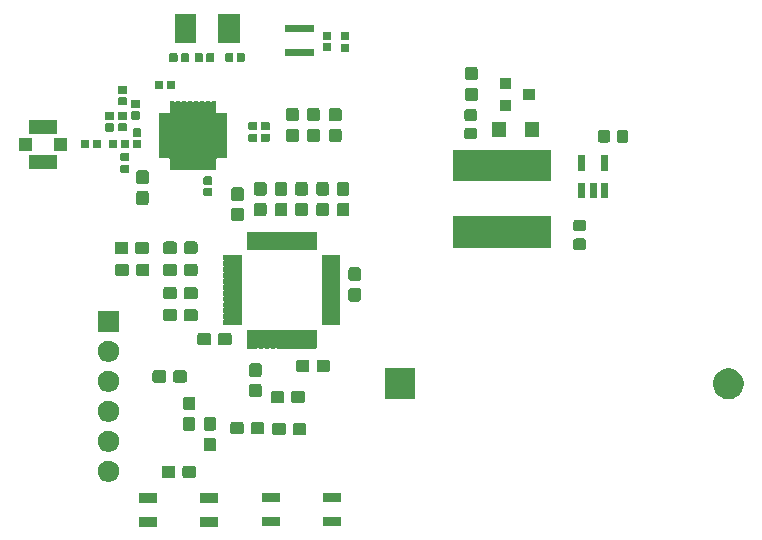
<source format=gbr>
G04 #@! TF.GenerationSoftware,KiCad,Pcbnew,5.1.5+dfsg1-2build2*
G04 #@! TF.CreationDate,2021-03-11T19:48:37+03:00*
G04 #@! TF.ProjectId,NRF_SENDER,4e52465f-5345-44e4-9445-522e6b696361,rev?*
G04 #@! TF.SameCoordinates,Original*
G04 #@! TF.FileFunction,Soldermask,Top*
G04 #@! TF.FilePolarity,Negative*
%FSLAX46Y46*%
G04 Gerber Fmt 4.6, Leading zero omitted, Abs format (unit mm)*
G04 Created by KiCad (PCBNEW 5.1.5+dfsg1-2build2) date 2021-03-11 19:48:37*
%MOMM*%
%LPD*%
G04 APERTURE LIST*
%ADD10C,0.100000*%
G04 APERTURE END LIST*
D10*
G36*
X75256000Y-90331000D02*
G01*
X73704000Y-90331000D01*
X73704000Y-89529000D01*
X75256000Y-89529000D01*
X75256000Y-90331000D01*
G37*
G36*
X80416000Y-90331000D02*
G01*
X78864000Y-90331000D01*
X78864000Y-89529000D01*
X80416000Y-89529000D01*
X80416000Y-90331000D01*
G37*
G36*
X90846000Y-90291000D02*
G01*
X89294000Y-90291000D01*
X89294000Y-89489000D01*
X90846000Y-89489000D01*
X90846000Y-90291000D01*
G37*
G36*
X85686000Y-90291000D02*
G01*
X84134000Y-90291000D01*
X84134000Y-89489000D01*
X85686000Y-89489000D01*
X85686000Y-90291000D01*
G37*
G36*
X80416000Y-88331000D02*
G01*
X78864000Y-88331000D01*
X78864000Y-87529000D01*
X80416000Y-87529000D01*
X80416000Y-88331000D01*
G37*
G36*
X75256000Y-88331000D02*
G01*
X73704000Y-88331000D01*
X73704000Y-87529000D01*
X75256000Y-87529000D01*
X75256000Y-88331000D01*
G37*
G36*
X90846000Y-88291000D02*
G01*
X89294000Y-88291000D01*
X89294000Y-87489000D01*
X90846000Y-87489000D01*
X90846000Y-88291000D01*
G37*
G36*
X85686000Y-88291000D02*
G01*
X84134000Y-88291000D01*
X84134000Y-87489000D01*
X85686000Y-87489000D01*
X85686000Y-88291000D01*
G37*
G36*
X71263512Y-84753927D02*
G01*
X71412812Y-84783624D01*
X71576784Y-84851544D01*
X71724354Y-84950147D01*
X71849853Y-85075646D01*
X71948456Y-85223216D01*
X72016376Y-85387188D01*
X72051000Y-85561259D01*
X72051000Y-85738741D01*
X72016376Y-85912812D01*
X71948456Y-86076784D01*
X71849853Y-86224354D01*
X71724354Y-86349853D01*
X71576784Y-86448456D01*
X71412812Y-86516376D01*
X71263512Y-86546073D01*
X71238742Y-86551000D01*
X71061258Y-86551000D01*
X71036488Y-86546073D01*
X70887188Y-86516376D01*
X70723216Y-86448456D01*
X70575646Y-86349853D01*
X70450147Y-86224354D01*
X70351544Y-86076784D01*
X70283624Y-85912812D01*
X70249000Y-85738741D01*
X70249000Y-85561259D01*
X70283624Y-85387188D01*
X70351544Y-85223216D01*
X70450147Y-85075646D01*
X70575646Y-84950147D01*
X70723216Y-84851544D01*
X70887188Y-84783624D01*
X71036488Y-84753927D01*
X71061258Y-84749000D01*
X71238742Y-84749000D01*
X71263512Y-84753927D01*
G37*
G36*
X76659499Y-85188445D02*
G01*
X76696995Y-85199820D01*
X76731554Y-85218292D01*
X76761847Y-85243153D01*
X76786708Y-85273446D01*
X76805180Y-85308005D01*
X76816555Y-85345501D01*
X76821000Y-85390638D01*
X76821000Y-86029362D01*
X76816555Y-86074499D01*
X76805180Y-86111995D01*
X76786708Y-86146554D01*
X76761847Y-86176847D01*
X76731554Y-86201708D01*
X76696995Y-86220180D01*
X76659499Y-86231555D01*
X76614362Y-86236000D01*
X75875638Y-86236000D01*
X75830501Y-86231555D01*
X75793005Y-86220180D01*
X75758446Y-86201708D01*
X75728153Y-86176847D01*
X75703292Y-86146554D01*
X75684820Y-86111995D01*
X75673445Y-86074499D01*
X75669000Y-86029362D01*
X75669000Y-85390638D01*
X75673445Y-85345501D01*
X75684820Y-85308005D01*
X75703292Y-85273446D01*
X75728153Y-85243153D01*
X75758446Y-85218292D01*
X75793005Y-85199820D01*
X75830501Y-85188445D01*
X75875638Y-85184000D01*
X76614362Y-85184000D01*
X76659499Y-85188445D01*
G37*
G36*
X78409499Y-85188445D02*
G01*
X78446995Y-85199820D01*
X78481554Y-85218292D01*
X78511847Y-85243153D01*
X78536708Y-85273446D01*
X78555180Y-85308005D01*
X78566555Y-85345501D01*
X78571000Y-85390638D01*
X78571000Y-86029362D01*
X78566555Y-86074499D01*
X78555180Y-86111995D01*
X78536708Y-86146554D01*
X78511847Y-86176847D01*
X78481554Y-86201708D01*
X78446995Y-86220180D01*
X78409499Y-86231555D01*
X78364362Y-86236000D01*
X77625638Y-86236000D01*
X77580501Y-86231555D01*
X77543005Y-86220180D01*
X77508446Y-86201708D01*
X77478153Y-86176847D01*
X77453292Y-86146554D01*
X77434820Y-86111995D01*
X77423445Y-86074499D01*
X77419000Y-86029362D01*
X77419000Y-85390638D01*
X77423445Y-85345501D01*
X77434820Y-85308005D01*
X77453292Y-85273446D01*
X77478153Y-85243153D01*
X77508446Y-85218292D01*
X77543005Y-85199820D01*
X77580501Y-85188445D01*
X77625638Y-85184000D01*
X78364362Y-85184000D01*
X78409499Y-85188445D01*
G37*
G36*
X71263512Y-82213927D02*
G01*
X71412812Y-82243624D01*
X71576784Y-82311544D01*
X71724354Y-82410147D01*
X71849853Y-82535646D01*
X71948456Y-82683216D01*
X72016376Y-82847188D01*
X72051000Y-83021259D01*
X72051000Y-83198741D01*
X72016376Y-83372812D01*
X71948456Y-83536784D01*
X71849853Y-83684354D01*
X71724354Y-83809853D01*
X71576784Y-83908456D01*
X71412812Y-83976376D01*
X71263512Y-84006073D01*
X71238742Y-84011000D01*
X71061258Y-84011000D01*
X71036488Y-84006073D01*
X70887188Y-83976376D01*
X70723216Y-83908456D01*
X70575646Y-83809853D01*
X70450147Y-83684354D01*
X70351544Y-83536784D01*
X70283624Y-83372812D01*
X70249000Y-83198741D01*
X70249000Y-83021259D01*
X70283624Y-82847188D01*
X70351544Y-82683216D01*
X70450147Y-82535646D01*
X70575646Y-82410147D01*
X70723216Y-82311544D01*
X70887188Y-82243624D01*
X71036488Y-82213927D01*
X71061258Y-82209000D01*
X71238742Y-82209000D01*
X71263512Y-82213927D01*
G37*
G36*
X80094499Y-82813445D02*
G01*
X80131995Y-82824820D01*
X80166554Y-82843292D01*
X80196847Y-82868153D01*
X80221708Y-82898446D01*
X80240180Y-82933005D01*
X80251555Y-82970501D01*
X80256000Y-83015638D01*
X80256000Y-83754362D01*
X80251555Y-83799499D01*
X80240180Y-83836995D01*
X80221708Y-83871554D01*
X80196847Y-83901847D01*
X80166554Y-83926708D01*
X80131995Y-83945180D01*
X80094499Y-83956555D01*
X80049362Y-83961000D01*
X79410638Y-83961000D01*
X79365501Y-83956555D01*
X79328005Y-83945180D01*
X79293446Y-83926708D01*
X79263153Y-83901847D01*
X79238292Y-83871554D01*
X79219820Y-83836995D01*
X79208445Y-83799499D01*
X79204000Y-83754362D01*
X79204000Y-83015638D01*
X79208445Y-82970501D01*
X79219820Y-82933005D01*
X79238292Y-82898446D01*
X79263153Y-82868153D01*
X79293446Y-82843292D01*
X79328005Y-82824820D01*
X79365501Y-82813445D01*
X79410638Y-82809000D01*
X80049362Y-82809000D01*
X80094499Y-82813445D01*
G37*
G36*
X87749499Y-81558445D02*
G01*
X87786995Y-81569820D01*
X87821554Y-81588292D01*
X87851847Y-81613153D01*
X87876708Y-81643446D01*
X87895180Y-81678005D01*
X87906555Y-81715501D01*
X87911000Y-81760638D01*
X87911000Y-82399362D01*
X87906555Y-82444499D01*
X87895180Y-82481995D01*
X87876708Y-82516554D01*
X87851847Y-82546847D01*
X87821554Y-82571708D01*
X87786995Y-82590180D01*
X87749499Y-82601555D01*
X87704362Y-82606000D01*
X86965638Y-82606000D01*
X86920501Y-82601555D01*
X86883005Y-82590180D01*
X86848446Y-82571708D01*
X86818153Y-82546847D01*
X86793292Y-82516554D01*
X86774820Y-82481995D01*
X86763445Y-82444499D01*
X86759000Y-82399362D01*
X86759000Y-81760638D01*
X86763445Y-81715501D01*
X86774820Y-81678005D01*
X86793292Y-81643446D01*
X86818153Y-81613153D01*
X86848446Y-81588292D01*
X86883005Y-81569820D01*
X86920501Y-81558445D01*
X86965638Y-81554000D01*
X87704362Y-81554000D01*
X87749499Y-81558445D01*
G37*
G36*
X85999499Y-81558445D02*
G01*
X86036995Y-81569820D01*
X86071554Y-81588292D01*
X86101847Y-81613153D01*
X86126708Y-81643446D01*
X86145180Y-81678005D01*
X86156555Y-81715501D01*
X86161000Y-81760638D01*
X86161000Y-82399362D01*
X86156555Y-82444499D01*
X86145180Y-82481995D01*
X86126708Y-82516554D01*
X86101847Y-82546847D01*
X86071554Y-82571708D01*
X86036995Y-82590180D01*
X85999499Y-82601555D01*
X85954362Y-82606000D01*
X85215638Y-82606000D01*
X85170501Y-82601555D01*
X85133005Y-82590180D01*
X85098446Y-82571708D01*
X85068153Y-82546847D01*
X85043292Y-82516554D01*
X85024820Y-82481995D01*
X85013445Y-82444499D01*
X85009000Y-82399362D01*
X85009000Y-81760638D01*
X85013445Y-81715501D01*
X85024820Y-81678005D01*
X85043292Y-81643446D01*
X85068153Y-81613153D01*
X85098446Y-81588292D01*
X85133005Y-81569820D01*
X85170501Y-81558445D01*
X85215638Y-81554000D01*
X85954362Y-81554000D01*
X85999499Y-81558445D01*
G37*
G36*
X84199499Y-81488445D02*
G01*
X84236995Y-81499820D01*
X84271554Y-81518292D01*
X84301847Y-81543153D01*
X84326708Y-81573446D01*
X84345180Y-81608005D01*
X84356555Y-81645501D01*
X84361000Y-81690638D01*
X84361000Y-82329362D01*
X84356555Y-82374499D01*
X84345180Y-82411995D01*
X84326708Y-82446554D01*
X84301847Y-82476847D01*
X84271554Y-82501708D01*
X84236995Y-82520180D01*
X84199499Y-82531555D01*
X84154362Y-82536000D01*
X83415638Y-82536000D01*
X83370501Y-82531555D01*
X83333005Y-82520180D01*
X83298446Y-82501708D01*
X83268153Y-82476847D01*
X83243292Y-82446554D01*
X83224820Y-82411995D01*
X83213445Y-82374499D01*
X83209000Y-82329362D01*
X83209000Y-81690638D01*
X83213445Y-81645501D01*
X83224820Y-81608005D01*
X83243292Y-81573446D01*
X83268153Y-81543153D01*
X83298446Y-81518292D01*
X83333005Y-81499820D01*
X83370501Y-81488445D01*
X83415638Y-81484000D01*
X84154362Y-81484000D01*
X84199499Y-81488445D01*
G37*
G36*
X82449499Y-81488445D02*
G01*
X82486995Y-81499820D01*
X82521554Y-81518292D01*
X82551847Y-81543153D01*
X82576708Y-81573446D01*
X82595180Y-81608005D01*
X82606555Y-81645501D01*
X82611000Y-81690638D01*
X82611000Y-82329362D01*
X82606555Y-82374499D01*
X82595180Y-82411995D01*
X82576708Y-82446554D01*
X82551847Y-82476847D01*
X82521554Y-82501708D01*
X82486995Y-82520180D01*
X82449499Y-82531555D01*
X82404362Y-82536000D01*
X81665638Y-82536000D01*
X81620501Y-82531555D01*
X81583005Y-82520180D01*
X81548446Y-82501708D01*
X81518153Y-82476847D01*
X81493292Y-82446554D01*
X81474820Y-82411995D01*
X81463445Y-82374499D01*
X81459000Y-82329362D01*
X81459000Y-81690638D01*
X81463445Y-81645501D01*
X81474820Y-81608005D01*
X81493292Y-81573446D01*
X81518153Y-81543153D01*
X81548446Y-81518292D01*
X81583005Y-81499820D01*
X81620501Y-81488445D01*
X81665638Y-81484000D01*
X82404362Y-81484000D01*
X82449499Y-81488445D01*
G37*
G36*
X78342499Y-81075445D02*
G01*
X78379995Y-81086820D01*
X78414554Y-81105292D01*
X78444847Y-81130153D01*
X78469708Y-81160446D01*
X78488180Y-81195005D01*
X78499555Y-81232501D01*
X78504000Y-81277638D01*
X78504000Y-82016362D01*
X78499555Y-82061499D01*
X78488180Y-82098995D01*
X78469708Y-82133554D01*
X78444847Y-82163847D01*
X78414554Y-82188708D01*
X78379995Y-82207180D01*
X78342499Y-82218555D01*
X78297362Y-82223000D01*
X77658638Y-82223000D01*
X77613501Y-82218555D01*
X77576005Y-82207180D01*
X77541446Y-82188708D01*
X77511153Y-82163847D01*
X77486292Y-82133554D01*
X77467820Y-82098995D01*
X77456445Y-82061499D01*
X77452000Y-82016362D01*
X77452000Y-81277638D01*
X77456445Y-81232501D01*
X77467820Y-81195005D01*
X77486292Y-81160446D01*
X77511153Y-81130153D01*
X77541446Y-81105292D01*
X77576005Y-81086820D01*
X77613501Y-81075445D01*
X77658638Y-81071000D01*
X78297362Y-81071000D01*
X78342499Y-81075445D01*
G37*
G36*
X80094499Y-81063445D02*
G01*
X80131995Y-81074820D01*
X80166554Y-81093292D01*
X80196847Y-81118153D01*
X80221708Y-81148446D01*
X80240180Y-81183005D01*
X80251555Y-81220501D01*
X80256000Y-81265638D01*
X80256000Y-82004362D01*
X80251555Y-82049499D01*
X80240180Y-82086995D01*
X80221708Y-82121554D01*
X80196847Y-82151847D01*
X80166554Y-82176708D01*
X80131995Y-82195180D01*
X80094499Y-82206555D01*
X80049362Y-82211000D01*
X79410638Y-82211000D01*
X79365501Y-82206555D01*
X79328005Y-82195180D01*
X79293446Y-82176708D01*
X79263153Y-82151847D01*
X79238292Y-82121554D01*
X79219820Y-82086995D01*
X79208445Y-82049499D01*
X79204000Y-82004362D01*
X79204000Y-81265638D01*
X79208445Y-81220501D01*
X79219820Y-81183005D01*
X79238292Y-81148446D01*
X79263153Y-81118153D01*
X79293446Y-81093292D01*
X79328005Y-81074820D01*
X79365501Y-81063445D01*
X79410638Y-81059000D01*
X80049362Y-81059000D01*
X80094499Y-81063445D01*
G37*
G36*
X71263512Y-79673927D02*
G01*
X71412812Y-79703624D01*
X71576784Y-79771544D01*
X71724354Y-79870147D01*
X71849853Y-79995646D01*
X71948456Y-80143216D01*
X72016376Y-80307188D01*
X72051000Y-80481259D01*
X72051000Y-80658741D01*
X72016376Y-80832812D01*
X71948456Y-80996784D01*
X71849853Y-81144354D01*
X71724354Y-81269853D01*
X71576784Y-81368456D01*
X71412812Y-81436376D01*
X71263512Y-81466073D01*
X71238742Y-81471000D01*
X71061258Y-81471000D01*
X71036488Y-81466073D01*
X70887188Y-81436376D01*
X70723216Y-81368456D01*
X70575646Y-81269853D01*
X70450147Y-81144354D01*
X70351544Y-80996784D01*
X70283624Y-80832812D01*
X70249000Y-80658741D01*
X70249000Y-80481259D01*
X70283624Y-80307188D01*
X70351544Y-80143216D01*
X70450147Y-79995646D01*
X70575646Y-79870147D01*
X70723216Y-79771544D01*
X70887188Y-79703624D01*
X71036488Y-79673927D01*
X71061258Y-79669000D01*
X71238742Y-79669000D01*
X71263512Y-79673927D01*
G37*
G36*
X78342499Y-79325445D02*
G01*
X78379995Y-79336820D01*
X78414554Y-79355292D01*
X78444847Y-79380153D01*
X78469708Y-79410446D01*
X78488180Y-79445005D01*
X78499555Y-79482501D01*
X78504000Y-79527638D01*
X78504000Y-80266362D01*
X78499555Y-80311499D01*
X78488180Y-80348995D01*
X78469708Y-80383554D01*
X78444847Y-80413847D01*
X78414554Y-80438708D01*
X78379995Y-80457180D01*
X78342499Y-80468555D01*
X78297362Y-80473000D01*
X77658638Y-80473000D01*
X77613501Y-80468555D01*
X77576005Y-80457180D01*
X77541446Y-80438708D01*
X77511153Y-80413847D01*
X77486292Y-80383554D01*
X77467820Y-80348995D01*
X77456445Y-80311499D01*
X77452000Y-80266362D01*
X77452000Y-79527638D01*
X77456445Y-79482501D01*
X77467820Y-79445005D01*
X77486292Y-79410446D01*
X77511153Y-79380153D01*
X77541446Y-79355292D01*
X77576005Y-79336820D01*
X77613501Y-79325445D01*
X77658638Y-79321000D01*
X78297362Y-79321000D01*
X78342499Y-79325445D01*
G37*
G36*
X85874499Y-78848445D02*
G01*
X85911995Y-78859820D01*
X85946554Y-78878292D01*
X85976847Y-78903153D01*
X86001708Y-78933446D01*
X86020180Y-78968005D01*
X86031555Y-79005501D01*
X86036000Y-79050638D01*
X86036000Y-79689362D01*
X86031555Y-79734499D01*
X86020180Y-79771995D01*
X86001708Y-79806554D01*
X85976847Y-79836847D01*
X85946554Y-79861708D01*
X85911995Y-79880180D01*
X85874499Y-79891555D01*
X85829362Y-79896000D01*
X85090638Y-79896000D01*
X85045501Y-79891555D01*
X85008005Y-79880180D01*
X84973446Y-79861708D01*
X84943153Y-79836847D01*
X84918292Y-79806554D01*
X84899820Y-79771995D01*
X84888445Y-79734499D01*
X84884000Y-79689362D01*
X84884000Y-79050638D01*
X84888445Y-79005501D01*
X84899820Y-78968005D01*
X84918292Y-78933446D01*
X84943153Y-78903153D01*
X84973446Y-78878292D01*
X85008005Y-78859820D01*
X85045501Y-78848445D01*
X85090638Y-78844000D01*
X85829362Y-78844000D01*
X85874499Y-78848445D01*
G37*
G36*
X87624499Y-78848445D02*
G01*
X87661995Y-78859820D01*
X87696554Y-78878292D01*
X87726847Y-78903153D01*
X87751708Y-78933446D01*
X87770180Y-78968005D01*
X87781555Y-79005501D01*
X87786000Y-79050638D01*
X87786000Y-79689362D01*
X87781555Y-79734499D01*
X87770180Y-79771995D01*
X87751708Y-79806554D01*
X87726847Y-79836847D01*
X87696554Y-79861708D01*
X87661995Y-79880180D01*
X87624499Y-79891555D01*
X87579362Y-79896000D01*
X86840638Y-79896000D01*
X86795501Y-79891555D01*
X86758005Y-79880180D01*
X86723446Y-79861708D01*
X86693153Y-79836847D01*
X86668292Y-79806554D01*
X86649820Y-79771995D01*
X86638445Y-79734499D01*
X86634000Y-79689362D01*
X86634000Y-79050638D01*
X86638445Y-79005501D01*
X86649820Y-78968005D01*
X86668292Y-78933446D01*
X86693153Y-78903153D01*
X86723446Y-78878292D01*
X86758005Y-78859820D01*
X86795501Y-78848445D01*
X86840638Y-78844000D01*
X87579362Y-78844000D01*
X87624499Y-78848445D01*
G37*
G36*
X124019487Y-76988996D02*
G01*
X124256253Y-77087068D01*
X124256255Y-77087069D01*
X124469339Y-77229447D01*
X124650553Y-77410661D01*
X124781527Y-77606677D01*
X124792932Y-77623747D01*
X124891004Y-77860513D01*
X124941000Y-78111861D01*
X124941000Y-78368139D01*
X124891004Y-78619487D01*
X124804446Y-78828456D01*
X124792931Y-78856255D01*
X124650553Y-79069339D01*
X124469339Y-79250553D01*
X124256255Y-79392931D01*
X124256254Y-79392932D01*
X124256253Y-79392932D01*
X124019487Y-79491004D01*
X123768139Y-79541000D01*
X123511861Y-79541000D01*
X123260513Y-79491004D01*
X123023747Y-79392932D01*
X123023746Y-79392932D01*
X123023745Y-79392931D01*
X122810661Y-79250553D01*
X122629447Y-79069339D01*
X122487069Y-78856255D01*
X122475554Y-78828456D01*
X122388996Y-78619487D01*
X122339000Y-78368139D01*
X122339000Y-78111861D01*
X122388996Y-77860513D01*
X122487068Y-77623747D01*
X122498474Y-77606677D01*
X122629447Y-77410661D01*
X122810661Y-77229447D01*
X123023745Y-77087069D01*
X123023747Y-77087068D01*
X123260513Y-76988996D01*
X123511861Y-76939000D01*
X123768139Y-76939000D01*
X124019487Y-76988996D01*
G37*
G36*
X97141000Y-79541000D02*
G01*
X94539000Y-79541000D01*
X94539000Y-76939000D01*
X97141000Y-76939000D01*
X97141000Y-79541000D01*
G37*
G36*
X83964499Y-78253445D02*
G01*
X84001995Y-78264820D01*
X84036554Y-78283292D01*
X84066847Y-78308153D01*
X84091708Y-78338446D01*
X84110180Y-78373005D01*
X84121555Y-78410501D01*
X84126000Y-78455638D01*
X84126000Y-79194362D01*
X84121555Y-79239499D01*
X84110180Y-79276995D01*
X84091708Y-79311554D01*
X84066847Y-79341847D01*
X84036554Y-79366708D01*
X84001995Y-79385180D01*
X83964499Y-79396555D01*
X83919362Y-79401000D01*
X83280638Y-79401000D01*
X83235501Y-79396555D01*
X83198005Y-79385180D01*
X83163446Y-79366708D01*
X83133153Y-79341847D01*
X83108292Y-79311554D01*
X83089820Y-79276995D01*
X83078445Y-79239499D01*
X83074000Y-79194362D01*
X83074000Y-78455638D01*
X83078445Y-78410501D01*
X83089820Y-78373005D01*
X83108292Y-78338446D01*
X83133153Y-78308153D01*
X83163446Y-78283292D01*
X83198005Y-78264820D01*
X83235501Y-78253445D01*
X83280638Y-78249000D01*
X83919362Y-78249000D01*
X83964499Y-78253445D01*
G37*
G36*
X71263512Y-77133927D02*
G01*
X71412812Y-77163624D01*
X71576784Y-77231544D01*
X71724354Y-77330147D01*
X71849853Y-77455646D01*
X71948456Y-77603216D01*
X72016376Y-77767188D01*
X72051000Y-77941259D01*
X72051000Y-78118741D01*
X72016376Y-78292812D01*
X71948456Y-78456784D01*
X71849853Y-78604354D01*
X71724354Y-78729853D01*
X71576784Y-78828456D01*
X71412812Y-78896376D01*
X71263512Y-78926073D01*
X71238742Y-78931000D01*
X71061258Y-78931000D01*
X71036488Y-78926073D01*
X70887188Y-78896376D01*
X70723216Y-78828456D01*
X70575646Y-78729853D01*
X70450147Y-78604354D01*
X70351544Y-78456784D01*
X70283624Y-78292812D01*
X70249000Y-78118741D01*
X70249000Y-77941259D01*
X70283624Y-77767188D01*
X70351544Y-77603216D01*
X70450147Y-77455646D01*
X70575646Y-77330147D01*
X70723216Y-77231544D01*
X70887188Y-77163624D01*
X71036488Y-77133927D01*
X71061258Y-77129000D01*
X71238742Y-77129000D01*
X71263512Y-77133927D01*
G37*
G36*
X75869499Y-77098445D02*
G01*
X75906995Y-77109820D01*
X75941554Y-77128292D01*
X75971847Y-77153153D01*
X75996708Y-77183446D01*
X76015180Y-77218005D01*
X76026555Y-77255501D01*
X76031000Y-77300638D01*
X76031000Y-77939362D01*
X76026555Y-77984499D01*
X76015180Y-78021995D01*
X75996708Y-78056554D01*
X75971847Y-78086847D01*
X75941554Y-78111708D01*
X75906995Y-78130180D01*
X75869499Y-78141555D01*
X75824362Y-78146000D01*
X75085638Y-78146000D01*
X75040501Y-78141555D01*
X75003005Y-78130180D01*
X74968446Y-78111708D01*
X74938153Y-78086847D01*
X74913292Y-78056554D01*
X74894820Y-78021995D01*
X74883445Y-77984499D01*
X74879000Y-77939362D01*
X74879000Y-77300638D01*
X74883445Y-77255501D01*
X74894820Y-77218005D01*
X74913292Y-77183446D01*
X74938153Y-77153153D01*
X74968446Y-77128292D01*
X75003005Y-77109820D01*
X75040501Y-77098445D01*
X75085638Y-77094000D01*
X75824362Y-77094000D01*
X75869499Y-77098445D01*
G37*
G36*
X77619499Y-77098445D02*
G01*
X77656995Y-77109820D01*
X77691554Y-77128292D01*
X77721847Y-77153153D01*
X77746708Y-77183446D01*
X77765180Y-77218005D01*
X77776555Y-77255501D01*
X77781000Y-77300638D01*
X77781000Y-77939362D01*
X77776555Y-77984499D01*
X77765180Y-78021995D01*
X77746708Y-78056554D01*
X77721847Y-78086847D01*
X77691554Y-78111708D01*
X77656995Y-78130180D01*
X77619499Y-78141555D01*
X77574362Y-78146000D01*
X76835638Y-78146000D01*
X76790501Y-78141555D01*
X76753005Y-78130180D01*
X76718446Y-78111708D01*
X76688153Y-78086847D01*
X76663292Y-78056554D01*
X76644820Y-78021995D01*
X76633445Y-77984499D01*
X76629000Y-77939362D01*
X76629000Y-77300638D01*
X76633445Y-77255501D01*
X76644820Y-77218005D01*
X76663292Y-77183446D01*
X76688153Y-77153153D01*
X76718446Y-77128292D01*
X76753005Y-77109820D01*
X76790501Y-77098445D01*
X76835638Y-77094000D01*
X77574362Y-77094000D01*
X77619499Y-77098445D01*
G37*
G36*
X83964499Y-76503445D02*
G01*
X84001995Y-76514820D01*
X84036554Y-76533292D01*
X84066847Y-76558153D01*
X84091708Y-76588446D01*
X84110180Y-76623005D01*
X84121555Y-76660501D01*
X84126000Y-76705638D01*
X84126000Y-77444362D01*
X84121555Y-77489499D01*
X84110180Y-77526995D01*
X84091708Y-77561554D01*
X84066847Y-77591847D01*
X84036554Y-77616708D01*
X84001995Y-77635180D01*
X83964499Y-77646555D01*
X83919362Y-77651000D01*
X83280638Y-77651000D01*
X83235501Y-77646555D01*
X83198005Y-77635180D01*
X83163446Y-77616708D01*
X83133153Y-77591847D01*
X83108292Y-77561554D01*
X83089820Y-77526995D01*
X83078445Y-77489499D01*
X83074000Y-77444362D01*
X83074000Y-76705638D01*
X83078445Y-76660501D01*
X83089820Y-76623005D01*
X83108292Y-76588446D01*
X83133153Y-76558153D01*
X83163446Y-76533292D01*
X83198005Y-76514820D01*
X83235501Y-76503445D01*
X83280638Y-76499000D01*
X83919362Y-76499000D01*
X83964499Y-76503445D01*
G37*
G36*
X88009499Y-76198445D02*
G01*
X88046995Y-76209820D01*
X88081554Y-76228292D01*
X88111847Y-76253153D01*
X88136708Y-76283446D01*
X88155180Y-76318005D01*
X88166555Y-76355501D01*
X88171000Y-76400638D01*
X88171000Y-77039362D01*
X88166555Y-77084499D01*
X88155180Y-77121995D01*
X88136708Y-77156554D01*
X88111847Y-77186847D01*
X88081554Y-77211708D01*
X88046995Y-77230180D01*
X88009499Y-77241555D01*
X87964362Y-77246000D01*
X87225638Y-77246000D01*
X87180501Y-77241555D01*
X87143005Y-77230180D01*
X87108446Y-77211708D01*
X87078153Y-77186847D01*
X87053292Y-77156554D01*
X87034820Y-77121995D01*
X87023445Y-77084499D01*
X87019000Y-77039362D01*
X87019000Y-76400638D01*
X87023445Y-76355501D01*
X87034820Y-76318005D01*
X87053292Y-76283446D01*
X87078153Y-76253153D01*
X87108446Y-76228292D01*
X87143005Y-76209820D01*
X87180501Y-76198445D01*
X87225638Y-76194000D01*
X87964362Y-76194000D01*
X88009499Y-76198445D01*
G37*
G36*
X89759499Y-76198445D02*
G01*
X89796995Y-76209820D01*
X89831554Y-76228292D01*
X89861847Y-76253153D01*
X89886708Y-76283446D01*
X89905180Y-76318005D01*
X89916555Y-76355501D01*
X89921000Y-76400638D01*
X89921000Y-77039362D01*
X89916555Y-77084499D01*
X89905180Y-77121995D01*
X89886708Y-77156554D01*
X89861847Y-77186847D01*
X89831554Y-77211708D01*
X89796995Y-77230180D01*
X89759499Y-77241555D01*
X89714362Y-77246000D01*
X88975638Y-77246000D01*
X88930501Y-77241555D01*
X88893005Y-77230180D01*
X88858446Y-77211708D01*
X88828153Y-77186847D01*
X88803292Y-77156554D01*
X88784820Y-77121995D01*
X88773445Y-77084499D01*
X88769000Y-77039362D01*
X88769000Y-76400638D01*
X88773445Y-76355501D01*
X88784820Y-76318005D01*
X88803292Y-76283446D01*
X88828153Y-76253153D01*
X88858446Y-76228292D01*
X88893005Y-76209820D01*
X88930501Y-76198445D01*
X88975638Y-76194000D01*
X89714362Y-76194000D01*
X89759499Y-76198445D01*
G37*
G36*
X71263512Y-74593927D02*
G01*
X71412812Y-74623624D01*
X71576784Y-74691544D01*
X71724354Y-74790147D01*
X71849853Y-74915646D01*
X71948456Y-75063216D01*
X72016376Y-75227188D01*
X72051000Y-75401259D01*
X72051000Y-75578741D01*
X72016376Y-75752812D01*
X71948456Y-75916784D01*
X71849853Y-76064354D01*
X71724354Y-76189853D01*
X71576784Y-76288456D01*
X71412812Y-76356376D01*
X71263512Y-76386073D01*
X71238742Y-76391000D01*
X71061258Y-76391000D01*
X71036488Y-76386073D01*
X70887188Y-76356376D01*
X70723216Y-76288456D01*
X70575646Y-76189853D01*
X70450147Y-76064354D01*
X70351544Y-75916784D01*
X70283624Y-75752812D01*
X70249000Y-75578741D01*
X70249000Y-75401259D01*
X70283624Y-75227188D01*
X70351544Y-75063216D01*
X70450147Y-74915646D01*
X70575646Y-74790147D01*
X70723216Y-74691544D01*
X70887188Y-74623624D01*
X71036488Y-74593927D01*
X71061258Y-74589000D01*
X71238742Y-74589000D01*
X71263512Y-74593927D01*
G37*
G36*
X83250295Y-73685323D02*
G01*
X83257309Y-73687451D01*
X83271077Y-73694810D01*
X83293716Y-73704187D01*
X83317749Y-73708967D01*
X83342253Y-73708967D01*
X83366286Y-73704186D01*
X83388923Y-73694810D01*
X83402691Y-73687451D01*
X83409705Y-73685323D01*
X83423140Y-73684000D01*
X83736860Y-73684000D01*
X83750295Y-73685323D01*
X83757309Y-73687451D01*
X83771077Y-73694810D01*
X83793716Y-73704187D01*
X83817749Y-73708967D01*
X83842253Y-73708967D01*
X83866286Y-73704186D01*
X83888923Y-73694810D01*
X83902691Y-73687451D01*
X83909705Y-73685323D01*
X83923140Y-73684000D01*
X84236860Y-73684000D01*
X84250295Y-73685323D01*
X84257309Y-73687451D01*
X84271077Y-73694810D01*
X84293716Y-73704187D01*
X84317749Y-73708967D01*
X84342253Y-73708967D01*
X84366286Y-73704186D01*
X84388923Y-73694810D01*
X84402691Y-73687451D01*
X84409705Y-73685323D01*
X84423140Y-73684000D01*
X84736860Y-73684000D01*
X84750295Y-73685323D01*
X84757309Y-73687451D01*
X84771077Y-73694810D01*
X84793716Y-73704187D01*
X84817749Y-73708967D01*
X84842253Y-73708967D01*
X84866286Y-73704186D01*
X84888923Y-73694810D01*
X84902691Y-73687451D01*
X84909705Y-73685323D01*
X84923140Y-73684000D01*
X85236860Y-73684000D01*
X85250295Y-73685323D01*
X85257309Y-73687451D01*
X85271077Y-73694810D01*
X85293716Y-73704187D01*
X85317749Y-73708967D01*
X85342253Y-73708967D01*
X85366286Y-73704186D01*
X85388923Y-73694810D01*
X85402691Y-73687451D01*
X85409705Y-73685323D01*
X85423140Y-73684000D01*
X85736860Y-73684000D01*
X85750295Y-73685323D01*
X85757309Y-73687451D01*
X85771077Y-73694810D01*
X85793716Y-73704187D01*
X85817749Y-73708967D01*
X85842253Y-73708967D01*
X85866286Y-73704186D01*
X85888923Y-73694810D01*
X85902691Y-73687451D01*
X85909705Y-73685323D01*
X85923140Y-73684000D01*
X86236860Y-73684000D01*
X86250295Y-73685323D01*
X86257309Y-73687451D01*
X86271077Y-73694810D01*
X86293716Y-73704187D01*
X86317749Y-73708967D01*
X86342253Y-73708967D01*
X86366286Y-73704186D01*
X86388923Y-73694810D01*
X86402691Y-73687451D01*
X86409705Y-73685323D01*
X86423140Y-73684000D01*
X86736860Y-73684000D01*
X86750295Y-73685323D01*
X86757309Y-73687451D01*
X86771077Y-73694810D01*
X86793716Y-73704187D01*
X86817749Y-73708967D01*
X86842253Y-73708967D01*
X86866286Y-73704186D01*
X86888923Y-73694810D01*
X86902691Y-73687451D01*
X86909705Y-73685323D01*
X86923140Y-73684000D01*
X87236860Y-73684000D01*
X87250295Y-73685323D01*
X87257309Y-73687451D01*
X87271077Y-73694810D01*
X87293716Y-73704187D01*
X87317749Y-73708967D01*
X87342253Y-73708967D01*
X87366286Y-73704186D01*
X87388923Y-73694810D01*
X87402691Y-73687451D01*
X87409705Y-73685323D01*
X87423140Y-73684000D01*
X87736860Y-73684000D01*
X87750295Y-73685323D01*
X87757309Y-73687451D01*
X87771077Y-73694810D01*
X87793716Y-73704187D01*
X87817749Y-73708967D01*
X87842253Y-73708967D01*
X87866286Y-73704186D01*
X87888923Y-73694810D01*
X87902691Y-73687451D01*
X87909705Y-73685323D01*
X87923140Y-73684000D01*
X88236860Y-73684000D01*
X88250295Y-73685323D01*
X88257309Y-73687451D01*
X88271077Y-73694810D01*
X88293716Y-73704187D01*
X88317749Y-73708967D01*
X88342253Y-73708967D01*
X88366286Y-73704186D01*
X88388923Y-73694810D01*
X88402691Y-73687451D01*
X88409705Y-73685323D01*
X88423140Y-73684000D01*
X88736860Y-73684000D01*
X88750295Y-73685323D01*
X88757310Y-73687451D01*
X88763776Y-73690908D01*
X88769442Y-73695558D01*
X88774092Y-73701224D01*
X88777549Y-73707690D01*
X88779677Y-73714705D01*
X88781000Y-73728140D01*
X88781000Y-75216860D01*
X88779677Y-75230295D01*
X88777549Y-75237310D01*
X88774092Y-75243776D01*
X88769442Y-75249442D01*
X88763776Y-75254092D01*
X88757310Y-75257549D01*
X88750295Y-75259677D01*
X88736860Y-75261000D01*
X88423140Y-75261000D01*
X88409705Y-75259677D01*
X88402691Y-75257549D01*
X88388923Y-75250190D01*
X88366284Y-75240813D01*
X88342251Y-75236033D01*
X88317747Y-75236033D01*
X88293714Y-75240814D01*
X88271077Y-75250190D01*
X88257309Y-75257549D01*
X88250295Y-75259677D01*
X88236860Y-75261000D01*
X87923140Y-75261000D01*
X87909705Y-75259677D01*
X87902691Y-75257549D01*
X87888923Y-75250190D01*
X87866284Y-75240813D01*
X87842251Y-75236033D01*
X87817747Y-75236033D01*
X87793714Y-75240814D01*
X87771077Y-75250190D01*
X87757309Y-75257549D01*
X87750295Y-75259677D01*
X87736860Y-75261000D01*
X87423140Y-75261000D01*
X87409705Y-75259677D01*
X87402691Y-75257549D01*
X87388923Y-75250190D01*
X87366284Y-75240813D01*
X87342251Y-75236033D01*
X87317747Y-75236033D01*
X87293714Y-75240814D01*
X87271077Y-75250190D01*
X87257309Y-75257549D01*
X87250295Y-75259677D01*
X87236860Y-75261000D01*
X86923140Y-75261000D01*
X86909705Y-75259677D01*
X86902691Y-75257549D01*
X86888923Y-75250190D01*
X86866284Y-75240813D01*
X86842251Y-75236033D01*
X86817747Y-75236033D01*
X86793714Y-75240814D01*
X86771077Y-75250190D01*
X86757309Y-75257549D01*
X86750295Y-75259677D01*
X86736860Y-75261000D01*
X86423140Y-75261000D01*
X86409705Y-75259677D01*
X86402691Y-75257549D01*
X86388923Y-75250190D01*
X86366284Y-75240813D01*
X86342251Y-75236033D01*
X86317747Y-75236033D01*
X86293714Y-75240814D01*
X86271077Y-75250190D01*
X86257309Y-75257549D01*
X86250295Y-75259677D01*
X86236860Y-75261000D01*
X85923140Y-75261000D01*
X85909705Y-75259677D01*
X85902691Y-75257549D01*
X85888923Y-75250190D01*
X85866284Y-75240813D01*
X85842251Y-75236033D01*
X85817747Y-75236033D01*
X85793714Y-75240814D01*
X85771077Y-75250190D01*
X85757309Y-75257549D01*
X85750295Y-75259677D01*
X85736860Y-75261000D01*
X85423140Y-75261000D01*
X85409705Y-75259677D01*
X85402691Y-75257549D01*
X85388923Y-75250190D01*
X85366284Y-75240813D01*
X85342251Y-75236033D01*
X85317747Y-75236033D01*
X85293714Y-75240814D01*
X85271077Y-75250190D01*
X85257309Y-75257549D01*
X85250295Y-75259677D01*
X85236860Y-75261000D01*
X84923140Y-75261000D01*
X84909705Y-75259677D01*
X84902691Y-75257549D01*
X84888923Y-75250190D01*
X84866284Y-75240813D01*
X84842251Y-75236033D01*
X84817747Y-75236033D01*
X84793714Y-75240814D01*
X84771077Y-75250190D01*
X84757309Y-75257549D01*
X84750295Y-75259677D01*
X84736860Y-75261000D01*
X84423140Y-75261000D01*
X84409705Y-75259677D01*
X84402691Y-75257549D01*
X84388923Y-75250190D01*
X84366284Y-75240813D01*
X84342251Y-75236033D01*
X84317747Y-75236033D01*
X84293714Y-75240814D01*
X84271077Y-75250190D01*
X84257309Y-75257549D01*
X84250295Y-75259677D01*
X84236860Y-75261000D01*
X83923140Y-75261000D01*
X83909705Y-75259677D01*
X83902691Y-75257549D01*
X83888923Y-75250190D01*
X83866284Y-75240813D01*
X83842251Y-75236033D01*
X83817747Y-75236033D01*
X83793714Y-75240814D01*
X83771077Y-75250190D01*
X83757309Y-75257549D01*
X83750295Y-75259677D01*
X83736860Y-75261000D01*
X83423140Y-75261000D01*
X83409705Y-75259677D01*
X83402691Y-75257549D01*
X83388923Y-75250190D01*
X83366284Y-75240813D01*
X83342251Y-75236033D01*
X83317747Y-75236033D01*
X83293714Y-75240814D01*
X83271077Y-75250190D01*
X83257309Y-75257549D01*
X83250295Y-75259677D01*
X83236860Y-75261000D01*
X82923140Y-75261000D01*
X82909705Y-75259677D01*
X82902690Y-75257549D01*
X82896224Y-75254092D01*
X82890558Y-75249442D01*
X82885908Y-75243776D01*
X82882451Y-75237310D01*
X82880323Y-75230295D01*
X82879000Y-75216860D01*
X82879000Y-73728140D01*
X82880323Y-73714705D01*
X82882451Y-73707690D01*
X82885908Y-73701224D01*
X82890558Y-73695558D01*
X82896224Y-73690908D01*
X82902690Y-73687451D01*
X82909705Y-73685323D01*
X82923140Y-73684000D01*
X83236860Y-73684000D01*
X83250295Y-73685323D01*
G37*
G36*
X81419499Y-73948445D02*
G01*
X81456995Y-73959820D01*
X81491554Y-73978292D01*
X81521847Y-74003153D01*
X81546708Y-74033446D01*
X81565180Y-74068005D01*
X81576555Y-74105501D01*
X81581000Y-74150638D01*
X81581000Y-74789362D01*
X81576555Y-74834499D01*
X81565180Y-74871995D01*
X81546708Y-74906554D01*
X81521847Y-74936847D01*
X81491554Y-74961708D01*
X81456995Y-74980180D01*
X81419499Y-74991555D01*
X81374362Y-74996000D01*
X80635638Y-74996000D01*
X80590501Y-74991555D01*
X80553005Y-74980180D01*
X80518446Y-74961708D01*
X80488153Y-74936847D01*
X80463292Y-74906554D01*
X80444820Y-74871995D01*
X80433445Y-74834499D01*
X80429000Y-74789362D01*
X80429000Y-74150638D01*
X80433445Y-74105501D01*
X80444820Y-74068005D01*
X80463292Y-74033446D01*
X80488153Y-74003153D01*
X80518446Y-73978292D01*
X80553005Y-73959820D01*
X80590501Y-73948445D01*
X80635638Y-73944000D01*
X81374362Y-73944000D01*
X81419499Y-73948445D01*
G37*
G36*
X79669499Y-73948445D02*
G01*
X79706995Y-73959820D01*
X79741554Y-73978292D01*
X79771847Y-74003153D01*
X79796708Y-74033446D01*
X79815180Y-74068005D01*
X79826555Y-74105501D01*
X79831000Y-74150638D01*
X79831000Y-74789362D01*
X79826555Y-74834499D01*
X79815180Y-74871995D01*
X79796708Y-74906554D01*
X79771847Y-74936847D01*
X79741554Y-74961708D01*
X79706995Y-74980180D01*
X79669499Y-74991555D01*
X79624362Y-74996000D01*
X78885638Y-74996000D01*
X78840501Y-74991555D01*
X78803005Y-74980180D01*
X78768446Y-74961708D01*
X78738153Y-74936847D01*
X78713292Y-74906554D01*
X78694820Y-74871995D01*
X78683445Y-74834499D01*
X78679000Y-74789362D01*
X78679000Y-74150638D01*
X78683445Y-74105501D01*
X78694820Y-74068005D01*
X78713292Y-74033446D01*
X78738153Y-74003153D01*
X78768446Y-73978292D01*
X78803005Y-73959820D01*
X78840501Y-73948445D01*
X78885638Y-73944000D01*
X79624362Y-73944000D01*
X79669499Y-73948445D01*
G37*
G36*
X72051000Y-73851000D02*
G01*
X70249000Y-73851000D01*
X70249000Y-72049000D01*
X72051000Y-72049000D01*
X72051000Y-73851000D01*
G37*
G36*
X90750295Y-67360323D02*
G01*
X90757310Y-67362451D01*
X90763776Y-67365908D01*
X90769442Y-67370558D01*
X90774092Y-67376224D01*
X90777549Y-67382690D01*
X90779677Y-67389705D01*
X90781000Y-67403140D01*
X90781000Y-67716860D01*
X90779677Y-67730295D01*
X90777549Y-67737309D01*
X90770190Y-67751077D01*
X90760813Y-67773716D01*
X90756033Y-67797749D01*
X90756033Y-67822253D01*
X90760814Y-67846286D01*
X90770190Y-67868923D01*
X90777549Y-67882691D01*
X90779677Y-67889705D01*
X90781000Y-67903140D01*
X90781000Y-68216860D01*
X90779677Y-68230295D01*
X90777549Y-68237309D01*
X90770190Y-68251077D01*
X90760813Y-68273716D01*
X90756033Y-68297749D01*
X90756033Y-68322253D01*
X90760814Y-68346286D01*
X90770190Y-68368923D01*
X90777549Y-68382691D01*
X90779677Y-68389705D01*
X90781000Y-68403140D01*
X90781000Y-68716860D01*
X90779677Y-68730295D01*
X90777549Y-68737309D01*
X90770190Y-68751077D01*
X90760813Y-68773716D01*
X90756033Y-68797749D01*
X90756033Y-68822253D01*
X90760814Y-68846286D01*
X90770190Y-68868923D01*
X90777549Y-68882691D01*
X90779677Y-68889705D01*
X90781000Y-68903140D01*
X90781000Y-69216860D01*
X90779677Y-69230295D01*
X90777549Y-69237309D01*
X90770190Y-69251077D01*
X90760813Y-69273716D01*
X90756033Y-69297749D01*
X90756033Y-69322253D01*
X90760814Y-69346286D01*
X90770190Y-69368923D01*
X90777549Y-69382691D01*
X90779677Y-69389705D01*
X90781000Y-69403140D01*
X90781000Y-69716860D01*
X90779677Y-69730295D01*
X90777549Y-69737309D01*
X90770190Y-69751077D01*
X90760813Y-69773716D01*
X90756033Y-69797749D01*
X90756033Y-69822253D01*
X90760814Y-69846286D01*
X90770190Y-69868923D01*
X90777549Y-69882691D01*
X90779677Y-69889705D01*
X90781000Y-69903140D01*
X90781000Y-70216860D01*
X90779677Y-70230295D01*
X90777549Y-70237309D01*
X90770190Y-70251077D01*
X90760813Y-70273716D01*
X90756033Y-70297749D01*
X90756033Y-70322253D01*
X90760814Y-70346286D01*
X90770190Y-70368923D01*
X90777549Y-70382691D01*
X90779677Y-70389705D01*
X90781000Y-70403140D01*
X90781000Y-70716860D01*
X90779677Y-70730295D01*
X90777549Y-70737309D01*
X90770190Y-70751077D01*
X90760813Y-70773716D01*
X90756033Y-70797749D01*
X90756033Y-70822253D01*
X90760814Y-70846286D01*
X90770190Y-70868923D01*
X90777549Y-70882691D01*
X90779677Y-70889705D01*
X90781000Y-70903140D01*
X90781000Y-71216860D01*
X90779677Y-71230295D01*
X90777549Y-71237309D01*
X90770190Y-71251077D01*
X90760813Y-71273716D01*
X90756033Y-71297749D01*
X90756033Y-71322253D01*
X90760814Y-71346286D01*
X90770190Y-71368923D01*
X90777549Y-71382691D01*
X90779677Y-71389705D01*
X90781000Y-71403140D01*
X90781000Y-71716860D01*
X90779677Y-71730295D01*
X90777549Y-71737309D01*
X90770190Y-71751077D01*
X90760813Y-71773716D01*
X90756033Y-71797749D01*
X90756033Y-71822253D01*
X90760814Y-71846286D01*
X90770190Y-71868923D01*
X90777549Y-71882691D01*
X90779677Y-71889705D01*
X90781000Y-71903140D01*
X90781000Y-72216860D01*
X90779677Y-72230295D01*
X90777549Y-72237309D01*
X90770190Y-72251077D01*
X90760813Y-72273716D01*
X90756033Y-72297749D01*
X90756033Y-72322253D01*
X90760814Y-72346286D01*
X90770190Y-72368923D01*
X90777549Y-72382691D01*
X90779677Y-72389705D01*
X90781000Y-72403140D01*
X90781000Y-72716860D01*
X90779677Y-72730295D01*
X90777549Y-72737309D01*
X90770190Y-72751077D01*
X90760813Y-72773716D01*
X90756033Y-72797749D01*
X90756033Y-72822253D01*
X90760814Y-72846286D01*
X90770190Y-72868923D01*
X90777549Y-72882691D01*
X90779677Y-72889705D01*
X90781000Y-72903140D01*
X90781000Y-73216860D01*
X90779677Y-73230295D01*
X90777549Y-73237310D01*
X90774092Y-73243776D01*
X90769442Y-73249442D01*
X90763776Y-73254092D01*
X90757310Y-73257549D01*
X90750295Y-73259677D01*
X90736860Y-73261000D01*
X89248140Y-73261000D01*
X89234705Y-73259677D01*
X89227690Y-73257549D01*
X89221224Y-73254092D01*
X89215558Y-73249442D01*
X89210908Y-73243776D01*
X89207451Y-73237310D01*
X89205323Y-73230295D01*
X89204000Y-73216860D01*
X89204000Y-72903140D01*
X89205323Y-72889705D01*
X89207451Y-72882691D01*
X89214810Y-72868923D01*
X89224187Y-72846284D01*
X89228967Y-72822251D01*
X89228967Y-72797747D01*
X89224186Y-72773714D01*
X89214810Y-72751077D01*
X89207451Y-72737309D01*
X89205323Y-72730295D01*
X89204000Y-72716860D01*
X89204000Y-72403140D01*
X89205323Y-72389705D01*
X89207451Y-72382691D01*
X89214810Y-72368923D01*
X89224187Y-72346284D01*
X89228967Y-72322251D01*
X89228967Y-72297747D01*
X89224186Y-72273714D01*
X89214810Y-72251077D01*
X89207451Y-72237309D01*
X89205323Y-72230295D01*
X89204000Y-72216860D01*
X89204000Y-71903140D01*
X89205323Y-71889705D01*
X89207451Y-71882691D01*
X89214810Y-71868923D01*
X89224187Y-71846284D01*
X89228967Y-71822251D01*
X89228967Y-71797747D01*
X89224186Y-71773714D01*
X89214810Y-71751077D01*
X89207451Y-71737309D01*
X89205323Y-71730295D01*
X89204000Y-71716860D01*
X89204000Y-71403140D01*
X89205323Y-71389705D01*
X89207451Y-71382691D01*
X89214810Y-71368923D01*
X89224187Y-71346284D01*
X89228967Y-71322251D01*
X89228967Y-71297747D01*
X89224186Y-71273714D01*
X89214810Y-71251077D01*
X89207451Y-71237309D01*
X89205323Y-71230295D01*
X89204000Y-71216860D01*
X89204000Y-70903140D01*
X89205323Y-70889705D01*
X89207451Y-70882691D01*
X89214810Y-70868923D01*
X89224187Y-70846284D01*
X89228967Y-70822251D01*
X89228967Y-70797747D01*
X89224186Y-70773714D01*
X89214810Y-70751077D01*
X89207451Y-70737309D01*
X89205323Y-70730295D01*
X89204000Y-70716860D01*
X89204000Y-70403140D01*
X89205323Y-70389705D01*
X89207451Y-70382691D01*
X89214810Y-70368923D01*
X89224187Y-70346284D01*
X89228967Y-70322251D01*
X89228967Y-70297747D01*
X89224186Y-70273714D01*
X89214810Y-70251077D01*
X89207451Y-70237309D01*
X89205323Y-70230295D01*
X89204000Y-70216860D01*
X89204000Y-69903140D01*
X89205323Y-69889705D01*
X89207451Y-69882691D01*
X89214810Y-69868923D01*
X89224187Y-69846284D01*
X89228967Y-69822251D01*
X89228967Y-69797747D01*
X89224186Y-69773714D01*
X89214810Y-69751077D01*
X89207451Y-69737309D01*
X89205323Y-69730295D01*
X89204000Y-69716860D01*
X89204000Y-69403140D01*
X89205323Y-69389705D01*
X89207451Y-69382691D01*
X89214810Y-69368923D01*
X89224187Y-69346284D01*
X89228967Y-69322251D01*
X89228967Y-69297747D01*
X89224186Y-69273714D01*
X89214810Y-69251077D01*
X89207451Y-69237309D01*
X89205323Y-69230295D01*
X89204000Y-69216860D01*
X89204000Y-68903140D01*
X89205323Y-68889705D01*
X89207451Y-68882691D01*
X89214810Y-68868923D01*
X89224187Y-68846284D01*
X89228967Y-68822251D01*
X89228967Y-68797747D01*
X89224186Y-68773714D01*
X89214810Y-68751077D01*
X89207451Y-68737309D01*
X89205323Y-68730295D01*
X89204000Y-68716860D01*
X89204000Y-68403140D01*
X89205323Y-68389705D01*
X89207451Y-68382691D01*
X89214810Y-68368923D01*
X89224187Y-68346284D01*
X89228967Y-68322251D01*
X89228967Y-68297747D01*
X89224186Y-68273714D01*
X89214810Y-68251077D01*
X89207451Y-68237309D01*
X89205323Y-68230295D01*
X89204000Y-68216860D01*
X89204000Y-67903140D01*
X89205323Y-67889705D01*
X89207451Y-67882691D01*
X89214810Y-67868923D01*
X89224187Y-67846284D01*
X89228967Y-67822251D01*
X89228967Y-67797747D01*
X89224186Y-67773714D01*
X89214810Y-67751077D01*
X89207451Y-67737309D01*
X89205323Y-67730295D01*
X89204000Y-67716860D01*
X89204000Y-67403140D01*
X89205323Y-67389705D01*
X89207451Y-67382690D01*
X89210908Y-67376224D01*
X89215558Y-67370558D01*
X89221224Y-67365908D01*
X89227690Y-67362451D01*
X89234705Y-67360323D01*
X89248140Y-67359000D01*
X90736860Y-67359000D01*
X90750295Y-67360323D01*
G37*
G36*
X82425295Y-67360323D02*
G01*
X82432310Y-67362451D01*
X82438776Y-67365908D01*
X82444442Y-67370558D01*
X82449092Y-67376224D01*
X82452549Y-67382690D01*
X82454677Y-67389705D01*
X82456000Y-67403140D01*
X82456000Y-67716860D01*
X82454677Y-67730295D01*
X82452549Y-67737309D01*
X82445190Y-67751077D01*
X82435813Y-67773716D01*
X82431033Y-67797749D01*
X82431033Y-67822253D01*
X82435814Y-67846286D01*
X82445190Y-67868923D01*
X82452549Y-67882691D01*
X82454677Y-67889705D01*
X82456000Y-67903140D01*
X82456000Y-68216860D01*
X82454677Y-68230295D01*
X82452549Y-68237309D01*
X82445190Y-68251077D01*
X82435813Y-68273716D01*
X82431033Y-68297749D01*
X82431033Y-68322253D01*
X82435814Y-68346286D01*
X82445190Y-68368923D01*
X82452549Y-68382691D01*
X82454677Y-68389705D01*
X82456000Y-68403140D01*
X82456000Y-68716860D01*
X82454677Y-68730295D01*
X82452549Y-68737309D01*
X82445190Y-68751077D01*
X82435813Y-68773716D01*
X82431033Y-68797749D01*
X82431033Y-68822253D01*
X82435814Y-68846286D01*
X82445190Y-68868923D01*
X82452549Y-68882691D01*
X82454677Y-68889705D01*
X82456000Y-68903140D01*
X82456000Y-69216860D01*
X82454677Y-69230295D01*
X82452549Y-69237309D01*
X82445190Y-69251077D01*
X82435813Y-69273716D01*
X82431033Y-69297749D01*
X82431033Y-69322253D01*
X82435814Y-69346286D01*
X82445190Y-69368923D01*
X82452549Y-69382691D01*
X82454677Y-69389705D01*
X82456000Y-69403140D01*
X82456000Y-69716860D01*
X82454677Y-69730295D01*
X82452549Y-69737309D01*
X82445190Y-69751077D01*
X82435813Y-69773716D01*
X82431033Y-69797749D01*
X82431033Y-69822253D01*
X82435814Y-69846286D01*
X82445190Y-69868923D01*
X82452549Y-69882691D01*
X82454677Y-69889705D01*
X82456000Y-69903140D01*
X82456000Y-70216860D01*
X82454677Y-70230295D01*
X82452549Y-70237309D01*
X82445190Y-70251077D01*
X82435813Y-70273716D01*
X82431033Y-70297749D01*
X82431033Y-70322253D01*
X82435814Y-70346286D01*
X82445190Y-70368923D01*
X82452549Y-70382691D01*
X82454677Y-70389705D01*
X82456000Y-70403140D01*
X82456000Y-70716860D01*
X82454677Y-70730295D01*
X82452549Y-70737309D01*
X82445190Y-70751077D01*
X82435813Y-70773716D01*
X82431033Y-70797749D01*
X82431033Y-70822253D01*
X82435814Y-70846286D01*
X82445190Y-70868923D01*
X82452549Y-70882691D01*
X82454677Y-70889705D01*
X82456000Y-70903140D01*
X82456000Y-71216860D01*
X82454677Y-71230295D01*
X82452549Y-71237309D01*
X82445190Y-71251077D01*
X82435813Y-71273716D01*
X82431033Y-71297749D01*
X82431033Y-71322253D01*
X82435814Y-71346286D01*
X82445190Y-71368923D01*
X82452549Y-71382691D01*
X82454677Y-71389705D01*
X82456000Y-71403140D01*
X82456000Y-71716860D01*
X82454677Y-71730295D01*
X82452549Y-71737309D01*
X82445190Y-71751077D01*
X82435813Y-71773716D01*
X82431033Y-71797749D01*
X82431033Y-71822253D01*
X82435814Y-71846286D01*
X82445190Y-71868923D01*
X82452549Y-71882691D01*
X82454677Y-71889705D01*
X82456000Y-71903140D01*
X82456000Y-72216860D01*
X82454677Y-72230295D01*
X82452549Y-72237309D01*
X82445190Y-72251077D01*
X82435813Y-72273716D01*
X82431033Y-72297749D01*
X82431033Y-72322253D01*
X82435814Y-72346286D01*
X82445190Y-72368923D01*
X82452549Y-72382691D01*
X82454677Y-72389705D01*
X82456000Y-72403140D01*
X82456000Y-72716860D01*
X82454677Y-72730295D01*
X82452549Y-72737309D01*
X82445190Y-72751077D01*
X82435813Y-72773716D01*
X82431033Y-72797749D01*
X82431033Y-72822253D01*
X82435814Y-72846286D01*
X82445190Y-72868923D01*
X82452549Y-72882691D01*
X82454677Y-72889705D01*
X82456000Y-72903140D01*
X82456000Y-73216860D01*
X82454677Y-73230295D01*
X82452549Y-73237310D01*
X82449092Y-73243776D01*
X82444442Y-73249442D01*
X82438776Y-73254092D01*
X82432310Y-73257549D01*
X82425295Y-73259677D01*
X82411860Y-73261000D01*
X80923140Y-73261000D01*
X80909705Y-73259677D01*
X80902690Y-73257549D01*
X80896224Y-73254092D01*
X80890558Y-73249442D01*
X80885908Y-73243776D01*
X80882451Y-73237310D01*
X80880323Y-73230295D01*
X80879000Y-73216860D01*
X80879000Y-72903140D01*
X80880323Y-72889705D01*
X80882451Y-72882691D01*
X80889810Y-72868923D01*
X80899187Y-72846284D01*
X80903967Y-72822251D01*
X80903967Y-72797747D01*
X80899186Y-72773714D01*
X80889810Y-72751077D01*
X80882451Y-72737309D01*
X80880323Y-72730295D01*
X80879000Y-72716860D01*
X80879000Y-72403140D01*
X80880323Y-72389705D01*
X80882451Y-72382691D01*
X80889810Y-72368923D01*
X80899187Y-72346284D01*
X80903967Y-72322251D01*
X80903967Y-72297747D01*
X80899186Y-72273714D01*
X80889810Y-72251077D01*
X80882451Y-72237309D01*
X80880323Y-72230295D01*
X80879000Y-72216860D01*
X80879000Y-71903140D01*
X80880323Y-71889705D01*
X80882451Y-71882691D01*
X80889810Y-71868923D01*
X80899187Y-71846284D01*
X80903967Y-71822251D01*
X80903967Y-71797747D01*
X80899186Y-71773714D01*
X80889810Y-71751077D01*
X80882451Y-71737309D01*
X80880323Y-71730295D01*
X80879000Y-71716860D01*
X80879000Y-71403140D01*
X80880323Y-71389705D01*
X80882451Y-71382691D01*
X80889810Y-71368923D01*
X80899187Y-71346284D01*
X80903967Y-71322251D01*
X80903967Y-71297747D01*
X80899186Y-71273714D01*
X80889810Y-71251077D01*
X80882451Y-71237309D01*
X80880323Y-71230295D01*
X80879000Y-71216860D01*
X80879000Y-70903140D01*
X80880323Y-70889705D01*
X80882451Y-70882691D01*
X80889810Y-70868923D01*
X80899187Y-70846284D01*
X80903967Y-70822251D01*
X80903967Y-70797747D01*
X80899186Y-70773714D01*
X80889810Y-70751077D01*
X80882451Y-70737309D01*
X80880323Y-70730295D01*
X80879000Y-70716860D01*
X80879000Y-70403140D01*
X80880323Y-70389705D01*
X80882451Y-70382691D01*
X80889810Y-70368923D01*
X80899187Y-70346284D01*
X80903967Y-70322251D01*
X80903967Y-70297747D01*
X80899186Y-70273714D01*
X80889810Y-70251077D01*
X80882451Y-70237309D01*
X80880323Y-70230295D01*
X80879000Y-70216860D01*
X80879000Y-69903140D01*
X80880323Y-69889705D01*
X80882451Y-69882691D01*
X80889810Y-69868923D01*
X80899187Y-69846284D01*
X80903967Y-69822251D01*
X80903967Y-69797747D01*
X80899186Y-69773714D01*
X80889810Y-69751077D01*
X80882451Y-69737309D01*
X80880323Y-69730295D01*
X80879000Y-69716860D01*
X80879000Y-69403140D01*
X80880323Y-69389705D01*
X80882451Y-69382691D01*
X80889810Y-69368923D01*
X80899187Y-69346284D01*
X80903967Y-69322251D01*
X80903967Y-69297747D01*
X80899186Y-69273714D01*
X80889810Y-69251077D01*
X80882451Y-69237309D01*
X80880323Y-69230295D01*
X80879000Y-69216860D01*
X80879000Y-68903140D01*
X80880323Y-68889705D01*
X80882451Y-68882691D01*
X80889810Y-68868923D01*
X80899187Y-68846284D01*
X80903967Y-68822251D01*
X80903967Y-68797747D01*
X80899186Y-68773714D01*
X80889810Y-68751077D01*
X80882451Y-68737309D01*
X80880323Y-68730295D01*
X80879000Y-68716860D01*
X80879000Y-68403140D01*
X80880323Y-68389705D01*
X80882451Y-68382691D01*
X80889810Y-68368923D01*
X80899187Y-68346284D01*
X80903967Y-68322251D01*
X80903967Y-68297747D01*
X80899186Y-68273714D01*
X80889810Y-68251077D01*
X80882451Y-68237309D01*
X80880323Y-68230295D01*
X80879000Y-68216860D01*
X80879000Y-67903140D01*
X80880323Y-67889705D01*
X80882451Y-67882691D01*
X80889810Y-67868923D01*
X80899187Y-67846284D01*
X80903967Y-67822251D01*
X80903967Y-67797747D01*
X80899186Y-67773714D01*
X80889810Y-67751077D01*
X80882451Y-67737309D01*
X80880323Y-67730295D01*
X80879000Y-67716860D01*
X80879000Y-67403140D01*
X80880323Y-67389705D01*
X80882451Y-67382690D01*
X80885908Y-67376224D01*
X80890558Y-67370558D01*
X80896224Y-67365908D01*
X80902690Y-67362451D01*
X80909705Y-67360323D01*
X80923140Y-67359000D01*
X82411860Y-67359000D01*
X82425295Y-67360323D01*
G37*
G36*
X76784499Y-71918445D02*
G01*
X76821995Y-71929820D01*
X76856554Y-71948292D01*
X76886847Y-71973153D01*
X76911708Y-72003446D01*
X76930180Y-72038005D01*
X76941555Y-72075501D01*
X76946000Y-72120638D01*
X76946000Y-72759362D01*
X76941555Y-72804499D01*
X76930180Y-72841995D01*
X76911708Y-72876554D01*
X76886847Y-72906847D01*
X76856554Y-72931708D01*
X76821995Y-72950180D01*
X76784499Y-72961555D01*
X76739362Y-72966000D01*
X76000638Y-72966000D01*
X75955501Y-72961555D01*
X75918005Y-72950180D01*
X75883446Y-72931708D01*
X75853153Y-72906847D01*
X75828292Y-72876554D01*
X75809820Y-72841995D01*
X75798445Y-72804499D01*
X75794000Y-72759362D01*
X75794000Y-72120638D01*
X75798445Y-72075501D01*
X75809820Y-72038005D01*
X75828292Y-72003446D01*
X75853153Y-71973153D01*
X75883446Y-71948292D01*
X75918005Y-71929820D01*
X75955501Y-71918445D01*
X76000638Y-71914000D01*
X76739362Y-71914000D01*
X76784499Y-71918445D01*
G37*
G36*
X78534499Y-71918445D02*
G01*
X78571995Y-71929820D01*
X78606554Y-71948292D01*
X78636847Y-71973153D01*
X78661708Y-72003446D01*
X78680180Y-72038005D01*
X78691555Y-72075501D01*
X78696000Y-72120638D01*
X78696000Y-72759362D01*
X78691555Y-72804499D01*
X78680180Y-72841995D01*
X78661708Y-72876554D01*
X78636847Y-72906847D01*
X78606554Y-72931708D01*
X78571995Y-72950180D01*
X78534499Y-72961555D01*
X78489362Y-72966000D01*
X77750638Y-72966000D01*
X77705501Y-72961555D01*
X77668005Y-72950180D01*
X77633446Y-72931708D01*
X77603153Y-72906847D01*
X77578292Y-72876554D01*
X77559820Y-72841995D01*
X77548445Y-72804499D01*
X77544000Y-72759362D01*
X77544000Y-72120638D01*
X77548445Y-72075501D01*
X77559820Y-72038005D01*
X77578292Y-72003446D01*
X77603153Y-71973153D01*
X77633446Y-71948292D01*
X77668005Y-71929820D01*
X77705501Y-71918445D01*
X77750638Y-71914000D01*
X78489362Y-71914000D01*
X78534499Y-71918445D01*
G37*
G36*
X92364499Y-70133445D02*
G01*
X92401995Y-70144820D01*
X92436554Y-70163292D01*
X92466847Y-70188153D01*
X92491708Y-70218446D01*
X92510180Y-70253005D01*
X92521555Y-70290501D01*
X92526000Y-70335638D01*
X92526000Y-71074362D01*
X92521555Y-71119499D01*
X92510180Y-71156995D01*
X92491708Y-71191554D01*
X92466847Y-71221847D01*
X92436554Y-71246708D01*
X92401995Y-71265180D01*
X92364499Y-71276555D01*
X92319362Y-71281000D01*
X91680638Y-71281000D01*
X91635501Y-71276555D01*
X91598005Y-71265180D01*
X91563446Y-71246708D01*
X91533153Y-71221847D01*
X91508292Y-71191554D01*
X91489820Y-71156995D01*
X91478445Y-71119499D01*
X91474000Y-71074362D01*
X91474000Y-70335638D01*
X91478445Y-70290501D01*
X91489820Y-70253005D01*
X91508292Y-70218446D01*
X91533153Y-70188153D01*
X91563446Y-70163292D01*
X91598005Y-70144820D01*
X91635501Y-70133445D01*
X91680638Y-70129000D01*
X92319362Y-70129000D01*
X92364499Y-70133445D01*
G37*
G36*
X76784499Y-70058445D02*
G01*
X76821995Y-70069820D01*
X76856554Y-70088292D01*
X76886847Y-70113153D01*
X76911708Y-70143446D01*
X76930180Y-70178005D01*
X76941555Y-70215501D01*
X76946000Y-70260638D01*
X76946000Y-70899362D01*
X76941555Y-70944499D01*
X76930180Y-70981995D01*
X76911708Y-71016554D01*
X76886847Y-71046847D01*
X76856554Y-71071708D01*
X76821995Y-71090180D01*
X76784499Y-71101555D01*
X76739362Y-71106000D01*
X76000638Y-71106000D01*
X75955501Y-71101555D01*
X75918005Y-71090180D01*
X75883446Y-71071708D01*
X75853153Y-71046847D01*
X75828292Y-71016554D01*
X75809820Y-70981995D01*
X75798445Y-70944499D01*
X75794000Y-70899362D01*
X75794000Y-70260638D01*
X75798445Y-70215501D01*
X75809820Y-70178005D01*
X75828292Y-70143446D01*
X75853153Y-70113153D01*
X75883446Y-70088292D01*
X75918005Y-70069820D01*
X75955501Y-70058445D01*
X76000638Y-70054000D01*
X76739362Y-70054000D01*
X76784499Y-70058445D01*
G37*
G36*
X78534499Y-70058445D02*
G01*
X78571995Y-70069820D01*
X78606554Y-70088292D01*
X78636847Y-70113153D01*
X78661708Y-70143446D01*
X78680180Y-70178005D01*
X78691555Y-70215501D01*
X78696000Y-70260638D01*
X78696000Y-70899362D01*
X78691555Y-70944499D01*
X78680180Y-70981995D01*
X78661708Y-71016554D01*
X78636847Y-71046847D01*
X78606554Y-71071708D01*
X78571995Y-71090180D01*
X78534499Y-71101555D01*
X78489362Y-71106000D01*
X77750638Y-71106000D01*
X77705501Y-71101555D01*
X77668005Y-71090180D01*
X77633446Y-71071708D01*
X77603153Y-71046847D01*
X77578292Y-71016554D01*
X77559820Y-70981995D01*
X77548445Y-70944499D01*
X77544000Y-70899362D01*
X77544000Y-70260638D01*
X77548445Y-70215501D01*
X77559820Y-70178005D01*
X77578292Y-70143446D01*
X77603153Y-70113153D01*
X77633446Y-70088292D01*
X77668005Y-70069820D01*
X77705501Y-70058445D01*
X77750638Y-70054000D01*
X78489362Y-70054000D01*
X78534499Y-70058445D01*
G37*
G36*
X92364499Y-68383445D02*
G01*
X92401995Y-68394820D01*
X92436554Y-68413292D01*
X92466847Y-68438153D01*
X92491708Y-68468446D01*
X92510180Y-68503005D01*
X92521555Y-68540501D01*
X92526000Y-68585638D01*
X92526000Y-69324362D01*
X92521555Y-69369499D01*
X92510180Y-69406995D01*
X92491708Y-69441554D01*
X92466847Y-69471847D01*
X92436554Y-69496708D01*
X92401995Y-69515180D01*
X92364499Y-69526555D01*
X92319362Y-69531000D01*
X91680638Y-69531000D01*
X91635501Y-69526555D01*
X91598005Y-69515180D01*
X91563446Y-69496708D01*
X91533153Y-69471847D01*
X91508292Y-69441554D01*
X91489820Y-69406995D01*
X91478445Y-69369499D01*
X91474000Y-69324362D01*
X91474000Y-68585638D01*
X91478445Y-68540501D01*
X91489820Y-68503005D01*
X91508292Y-68468446D01*
X91533153Y-68438153D01*
X91563446Y-68413292D01*
X91598005Y-68394820D01*
X91635501Y-68383445D01*
X91680638Y-68379000D01*
X92319362Y-68379000D01*
X92364499Y-68383445D01*
G37*
G36*
X74464499Y-68078445D02*
G01*
X74501995Y-68089820D01*
X74536554Y-68108292D01*
X74566847Y-68133153D01*
X74591708Y-68163446D01*
X74610180Y-68198005D01*
X74621555Y-68235501D01*
X74626000Y-68280638D01*
X74626000Y-68919362D01*
X74621555Y-68964499D01*
X74610180Y-69001995D01*
X74591708Y-69036554D01*
X74566847Y-69066847D01*
X74536554Y-69091708D01*
X74501995Y-69110180D01*
X74464499Y-69121555D01*
X74419362Y-69126000D01*
X73680638Y-69126000D01*
X73635501Y-69121555D01*
X73598005Y-69110180D01*
X73563446Y-69091708D01*
X73533153Y-69066847D01*
X73508292Y-69036554D01*
X73489820Y-69001995D01*
X73478445Y-68964499D01*
X73474000Y-68919362D01*
X73474000Y-68280638D01*
X73478445Y-68235501D01*
X73489820Y-68198005D01*
X73508292Y-68163446D01*
X73533153Y-68133153D01*
X73563446Y-68108292D01*
X73598005Y-68089820D01*
X73635501Y-68078445D01*
X73680638Y-68074000D01*
X74419362Y-68074000D01*
X74464499Y-68078445D01*
G37*
G36*
X72714499Y-68078445D02*
G01*
X72751995Y-68089820D01*
X72786554Y-68108292D01*
X72816847Y-68133153D01*
X72841708Y-68163446D01*
X72860180Y-68198005D01*
X72871555Y-68235501D01*
X72876000Y-68280638D01*
X72876000Y-68919362D01*
X72871555Y-68964499D01*
X72860180Y-69001995D01*
X72841708Y-69036554D01*
X72816847Y-69066847D01*
X72786554Y-69091708D01*
X72751995Y-69110180D01*
X72714499Y-69121555D01*
X72669362Y-69126000D01*
X71930638Y-69126000D01*
X71885501Y-69121555D01*
X71848005Y-69110180D01*
X71813446Y-69091708D01*
X71783153Y-69066847D01*
X71758292Y-69036554D01*
X71739820Y-69001995D01*
X71728445Y-68964499D01*
X71724000Y-68919362D01*
X71724000Y-68280638D01*
X71728445Y-68235501D01*
X71739820Y-68198005D01*
X71758292Y-68163446D01*
X71783153Y-68133153D01*
X71813446Y-68108292D01*
X71848005Y-68089820D01*
X71885501Y-68078445D01*
X71930638Y-68074000D01*
X72669362Y-68074000D01*
X72714499Y-68078445D01*
G37*
G36*
X78534499Y-68068445D02*
G01*
X78571995Y-68079820D01*
X78606554Y-68098292D01*
X78636847Y-68123153D01*
X78661708Y-68153446D01*
X78680180Y-68188005D01*
X78691555Y-68225501D01*
X78696000Y-68270638D01*
X78696000Y-68909362D01*
X78691555Y-68954499D01*
X78680180Y-68991995D01*
X78661708Y-69026554D01*
X78636847Y-69056847D01*
X78606554Y-69081708D01*
X78571995Y-69100180D01*
X78534499Y-69111555D01*
X78489362Y-69116000D01*
X77750638Y-69116000D01*
X77705501Y-69111555D01*
X77668005Y-69100180D01*
X77633446Y-69081708D01*
X77603153Y-69056847D01*
X77578292Y-69026554D01*
X77559820Y-68991995D01*
X77548445Y-68954499D01*
X77544000Y-68909362D01*
X77544000Y-68270638D01*
X77548445Y-68225501D01*
X77559820Y-68188005D01*
X77578292Y-68153446D01*
X77603153Y-68123153D01*
X77633446Y-68098292D01*
X77668005Y-68079820D01*
X77705501Y-68068445D01*
X77750638Y-68064000D01*
X78489362Y-68064000D01*
X78534499Y-68068445D01*
G37*
G36*
X76784499Y-68068445D02*
G01*
X76821995Y-68079820D01*
X76856554Y-68098292D01*
X76886847Y-68123153D01*
X76911708Y-68153446D01*
X76930180Y-68188005D01*
X76941555Y-68225501D01*
X76946000Y-68270638D01*
X76946000Y-68909362D01*
X76941555Y-68954499D01*
X76930180Y-68991995D01*
X76911708Y-69026554D01*
X76886847Y-69056847D01*
X76856554Y-69081708D01*
X76821995Y-69100180D01*
X76784499Y-69111555D01*
X76739362Y-69116000D01*
X76000638Y-69116000D01*
X75955501Y-69111555D01*
X75918005Y-69100180D01*
X75883446Y-69081708D01*
X75853153Y-69056847D01*
X75828292Y-69026554D01*
X75809820Y-68991995D01*
X75798445Y-68954499D01*
X75794000Y-68909362D01*
X75794000Y-68270638D01*
X75798445Y-68225501D01*
X75809820Y-68188005D01*
X75828292Y-68153446D01*
X75853153Y-68123153D01*
X75883446Y-68098292D01*
X75918005Y-68079820D01*
X75955501Y-68068445D01*
X76000638Y-68064000D01*
X76739362Y-68064000D01*
X76784499Y-68068445D01*
G37*
G36*
X72674499Y-66208445D02*
G01*
X72711995Y-66219820D01*
X72746554Y-66238292D01*
X72776847Y-66263153D01*
X72801708Y-66293446D01*
X72820180Y-66328005D01*
X72831555Y-66365501D01*
X72836000Y-66410638D01*
X72836000Y-67049362D01*
X72831555Y-67094499D01*
X72820180Y-67131995D01*
X72801708Y-67166554D01*
X72776847Y-67196847D01*
X72746554Y-67221708D01*
X72711995Y-67240180D01*
X72674499Y-67251555D01*
X72629362Y-67256000D01*
X71890638Y-67256000D01*
X71845501Y-67251555D01*
X71808005Y-67240180D01*
X71773446Y-67221708D01*
X71743153Y-67196847D01*
X71718292Y-67166554D01*
X71699820Y-67131995D01*
X71688445Y-67094499D01*
X71684000Y-67049362D01*
X71684000Y-66410638D01*
X71688445Y-66365501D01*
X71699820Y-66328005D01*
X71718292Y-66293446D01*
X71743153Y-66263153D01*
X71773446Y-66238292D01*
X71808005Y-66219820D01*
X71845501Y-66208445D01*
X71890638Y-66204000D01*
X72629362Y-66204000D01*
X72674499Y-66208445D01*
G37*
G36*
X74424499Y-66208445D02*
G01*
X74461995Y-66219820D01*
X74496554Y-66238292D01*
X74526847Y-66263153D01*
X74551708Y-66293446D01*
X74570180Y-66328005D01*
X74581555Y-66365501D01*
X74586000Y-66410638D01*
X74586000Y-67049362D01*
X74581555Y-67094499D01*
X74570180Y-67131995D01*
X74551708Y-67166554D01*
X74526847Y-67196847D01*
X74496554Y-67221708D01*
X74461995Y-67240180D01*
X74424499Y-67251555D01*
X74379362Y-67256000D01*
X73640638Y-67256000D01*
X73595501Y-67251555D01*
X73558005Y-67240180D01*
X73523446Y-67221708D01*
X73493153Y-67196847D01*
X73468292Y-67166554D01*
X73449820Y-67131995D01*
X73438445Y-67094499D01*
X73434000Y-67049362D01*
X73434000Y-66410638D01*
X73438445Y-66365501D01*
X73449820Y-66328005D01*
X73468292Y-66293446D01*
X73493153Y-66263153D01*
X73523446Y-66238292D01*
X73558005Y-66219820D01*
X73595501Y-66208445D01*
X73640638Y-66204000D01*
X74379362Y-66204000D01*
X74424499Y-66208445D01*
G37*
G36*
X76784499Y-66198445D02*
G01*
X76821995Y-66209820D01*
X76856554Y-66228292D01*
X76886847Y-66253153D01*
X76911708Y-66283446D01*
X76930180Y-66318005D01*
X76941555Y-66355501D01*
X76946000Y-66400638D01*
X76946000Y-67039362D01*
X76941555Y-67084499D01*
X76930180Y-67121995D01*
X76911708Y-67156554D01*
X76886847Y-67186847D01*
X76856554Y-67211708D01*
X76821995Y-67230180D01*
X76784499Y-67241555D01*
X76739362Y-67246000D01*
X76000638Y-67246000D01*
X75955501Y-67241555D01*
X75918005Y-67230180D01*
X75883446Y-67211708D01*
X75853153Y-67186847D01*
X75828292Y-67156554D01*
X75809820Y-67121995D01*
X75798445Y-67084499D01*
X75794000Y-67039362D01*
X75794000Y-66400638D01*
X75798445Y-66355501D01*
X75809820Y-66318005D01*
X75828292Y-66283446D01*
X75853153Y-66253153D01*
X75883446Y-66228292D01*
X75918005Y-66209820D01*
X75955501Y-66198445D01*
X76000638Y-66194000D01*
X76739362Y-66194000D01*
X76784499Y-66198445D01*
G37*
G36*
X78534499Y-66198445D02*
G01*
X78571995Y-66209820D01*
X78606554Y-66228292D01*
X78636847Y-66253153D01*
X78661708Y-66283446D01*
X78680180Y-66318005D01*
X78691555Y-66355501D01*
X78696000Y-66400638D01*
X78696000Y-67039362D01*
X78691555Y-67084499D01*
X78680180Y-67121995D01*
X78661708Y-67156554D01*
X78636847Y-67186847D01*
X78606554Y-67211708D01*
X78571995Y-67230180D01*
X78534499Y-67241555D01*
X78489362Y-67246000D01*
X77750638Y-67246000D01*
X77705501Y-67241555D01*
X77668005Y-67230180D01*
X77633446Y-67211708D01*
X77603153Y-67186847D01*
X77578292Y-67156554D01*
X77559820Y-67121995D01*
X77548445Y-67084499D01*
X77544000Y-67039362D01*
X77544000Y-66400638D01*
X77548445Y-66355501D01*
X77559820Y-66318005D01*
X77578292Y-66283446D01*
X77603153Y-66253153D01*
X77633446Y-66228292D01*
X77668005Y-66209820D01*
X77705501Y-66198445D01*
X77750638Y-66194000D01*
X78489362Y-66194000D01*
X78534499Y-66198445D01*
G37*
G36*
X83250295Y-65360323D02*
G01*
X83257309Y-65362451D01*
X83271077Y-65369810D01*
X83293716Y-65379187D01*
X83317749Y-65383967D01*
X83342253Y-65383967D01*
X83366286Y-65379186D01*
X83388923Y-65369810D01*
X83402691Y-65362451D01*
X83409705Y-65360323D01*
X83423140Y-65359000D01*
X83736860Y-65359000D01*
X83750295Y-65360323D01*
X83757309Y-65362451D01*
X83771077Y-65369810D01*
X83793716Y-65379187D01*
X83817749Y-65383967D01*
X83842253Y-65383967D01*
X83866286Y-65379186D01*
X83888923Y-65369810D01*
X83902691Y-65362451D01*
X83909705Y-65360323D01*
X83923140Y-65359000D01*
X84236860Y-65359000D01*
X84250295Y-65360323D01*
X84257309Y-65362451D01*
X84271077Y-65369810D01*
X84293716Y-65379187D01*
X84317749Y-65383967D01*
X84342253Y-65383967D01*
X84366286Y-65379186D01*
X84388923Y-65369810D01*
X84402691Y-65362451D01*
X84409705Y-65360323D01*
X84423140Y-65359000D01*
X84736860Y-65359000D01*
X84750295Y-65360323D01*
X84757309Y-65362451D01*
X84771077Y-65369810D01*
X84793716Y-65379187D01*
X84817749Y-65383967D01*
X84842253Y-65383967D01*
X84866286Y-65379186D01*
X84888923Y-65369810D01*
X84902691Y-65362451D01*
X84909705Y-65360323D01*
X84923140Y-65359000D01*
X85236860Y-65359000D01*
X85250295Y-65360323D01*
X85257309Y-65362451D01*
X85271077Y-65369810D01*
X85293716Y-65379187D01*
X85317749Y-65383967D01*
X85342253Y-65383967D01*
X85366286Y-65379186D01*
X85388923Y-65369810D01*
X85402691Y-65362451D01*
X85409705Y-65360323D01*
X85423140Y-65359000D01*
X85736860Y-65359000D01*
X85750295Y-65360323D01*
X85757309Y-65362451D01*
X85771077Y-65369810D01*
X85793716Y-65379187D01*
X85817749Y-65383967D01*
X85842253Y-65383967D01*
X85866286Y-65379186D01*
X85888923Y-65369810D01*
X85902691Y-65362451D01*
X85909705Y-65360323D01*
X85923140Y-65359000D01*
X86236860Y-65359000D01*
X86250295Y-65360323D01*
X86257309Y-65362451D01*
X86271077Y-65369810D01*
X86293716Y-65379187D01*
X86317749Y-65383967D01*
X86342253Y-65383967D01*
X86366286Y-65379186D01*
X86388923Y-65369810D01*
X86402691Y-65362451D01*
X86409705Y-65360323D01*
X86423140Y-65359000D01*
X86736860Y-65359000D01*
X86750295Y-65360323D01*
X86757309Y-65362451D01*
X86771077Y-65369810D01*
X86793716Y-65379187D01*
X86817749Y-65383967D01*
X86842253Y-65383967D01*
X86866286Y-65379186D01*
X86888923Y-65369810D01*
X86902691Y-65362451D01*
X86909705Y-65360323D01*
X86923140Y-65359000D01*
X87236860Y-65359000D01*
X87250295Y-65360323D01*
X87257309Y-65362451D01*
X87271077Y-65369810D01*
X87293716Y-65379187D01*
X87317749Y-65383967D01*
X87342253Y-65383967D01*
X87366286Y-65379186D01*
X87388923Y-65369810D01*
X87402691Y-65362451D01*
X87409705Y-65360323D01*
X87423140Y-65359000D01*
X87736860Y-65359000D01*
X87750295Y-65360323D01*
X87757309Y-65362451D01*
X87771077Y-65369810D01*
X87793716Y-65379187D01*
X87817749Y-65383967D01*
X87842253Y-65383967D01*
X87866286Y-65379186D01*
X87888923Y-65369810D01*
X87902691Y-65362451D01*
X87909705Y-65360323D01*
X87923140Y-65359000D01*
X88236860Y-65359000D01*
X88250295Y-65360323D01*
X88257309Y-65362451D01*
X88271077Y-65369810D01*
X88293716Y-65379187D01*
X88317749Y-65383967D01*
X88342253Y-65383967D01*
X88366286Y-65379186D01*
X88388923Y-65369810D01*
X88402691Y-65362451D01*
X88409705Y-65360323D01*
X88423140Y-65359000D01*
X88736860Y-65359000D01*
X88750295Y-65360323D01*
X88757310Y-65362451D01*
X88763776Y-65365908D01*
X88769442Y-65370558D01*
X88774092Y-65376224D01*
X88777549Y-65382690D01*
X88779677Y-65389705D01*
X88781000Y-65403140D01*
X88781000Y-66891860D01*
X88779677Y-66905295D01*
X88777549Y-66912310D01*
X88774092Y-66918776D01*
X88769442Y-66924442D01*
X88763776Y-66929092D01*
X88757310Y-66932549D01*
X88750295Y-66934677D01*
X88736860Y-66936000D01*
X88423140Y-66936000D01*
X88409705Y-66934677D01*
X88402691Y-66932549D01*
X88388923Y-66925190D01*
X88366284Y-66915813D01*
X88342251Y-66911033D01*
X88317747Y-66911033D01*
X88293714Y-66915814D01*
X88271077Y-66925190D01*
X88257309Y-66932549D01*
X88250295Y-66934677D01*
X88236860Y-66936000D01*
X87923140Y-66936000D01*
X87909705Y-66934677D01*
X87902691Y-66932549D01*
X87888923Y-66925190D01*
X87866284Y-66915813D01*
X87842251Y-66911033D01*
X87817747Y-66911033D01*
X87793714Y-66915814D01*
X87771077Y-66925190D01*
X87757309Y-66932549D01*
X87750295Y-66934677D01*
X87736860Y-66936000D01*
X87423140Y-66936000D01*
X87409705Y-66934677D01*
X87402691Y-66932549D01*
X87388923Y-66925190D01*
X87366284Y-66915813D01*
X87342251Y-66911033D01*
X87317747Y-66911033D01*
X87293714Y-66915814D01*
X87271077Y-66925190D01*
X87257309Y-66932549D01*
X87250295Y-66934677D01*
X87236860Y-66936000D01*
X86923140Y-66936000D01*
X86909705Y-66934677D01*
X86902691Y-66932549D01*
X86888923Y-66925190D01*
X86866284Y-66915813D01*
X86842251Y-66911033D01*
X86817747Y-66911033D01*
X86793714Y-66915814D01*
X86771077Y-66925190D01*
X86757309Y-66932549D01*
X86750295Y-66934677D01*
X86736860Y-66936000D01*
X86423140Y-66936000D01*
X86409705Y-66934677D01*
X86402691Y-66932549D01*
X86388923Y-66925190D01*
X86366284Y-66915813D01*
X86342251Y-66911033D01*
X86317747Y-66911033D01*
X86293714Y-66915814D01*
X86271077Y-66925190D01*
X86257309Y-66932549D01*
X86250295Y-66934677D01*
X86236860Y-66936000D01*
X85923140Y-66936000D01*
X85909705Y-66934677D01*
X85902691Y-66932549D01*
X85888923Y-66925190D01*
X85866284Y-66915813D01*
X85842251Y-66911033D01*
X85817747Y-66911033D01*
X85793714Y-66915814D01*
X85771077Y-66925190D01*
X85757309Y-66932549D01*
X85750295Y-66934677D01*
X85736860Y-66936000D01*
X85423140Y-66936000D01*
X85409705Y-66934677D01*
X85402691Y-66932549D01*
X85388923Y-66925190D01*
X85366284Y-66915813D01*
X85342251Y-66911033D01*
X85317747Y-66911033D01*
X85293714Y-66915814D01*
X85271077Y-66925190D01*
X85257309Y-66932549D01*
X85250295Y-66934677D01*
X85236860Y-66936000D01*
X84923140Y-66936000D01*
X84909705Y-66934677D01*
X84902691Y-66932549D01*
X84888923Y-66925190D01*
X84866284Y-66915813D01*
X84842251Y-66911033D01*
X84817747Y-66911033D01*
X84793714Y-66915814D01*
X84771077Y-66925190D01*
X84757309Y-66932549D01*
X84750295Y-66934677D01*
X84736860Y-66936000D01*
X84423140Y-66936000D01*
X84409705Y-66934677D01*
X84402691Y-66932549D01*
X84388923Y-66925190D01*
X84366284Y-66915813D01*
X84342251Y-66911033D01*
X84317747Y-66911033D01*
X84293714Y-66915814D01*
X84271077Y-66925190D01*
X84257309Y-66932549D01*
X84250295Y-66934677D01*
X84236860Y-66936000D01*
X83923140Y-66936000D01*
X83909705Y-66934677D01*
X83902691Y-66932549D01*
X83888923Y-66925190D01*
X83866284Y-66915813D01*
X83842251Y-66911033D01*
X83817747Y-66911033D01*
X83793714Y-66915814D01*
X83771077Y-66925190D01*
X83757309Y-66932549D01*
X83750295Y-66934677D01*
X83736860Y-66936000D01*
X83423140Y-66936000D01*
X83409705Y-66934677D01*
X83402691Y-66932549D01*
X83388923Y-66925190D01*
X83366284Y-66915813D01*
X83342251Y-66911033D01*
X83317747Y-66911033D01*
X83293714Y-66915814D01*
X83271077Y-66925190D01*
X83257309Y-66932549D01*
X83250295Y-66934677D01*
X83236860Y-66936000D01*
X82923140Y-66936000D01*
X82909705Y-66934677D01*
X82902690Y-66932549D01*
X82896224Y-66929092D01*
X82890558Y-66924442D01*
X82885908Y-66918776D01*
X82882451Y-66912310D01*
X82880323Y-66905295D01*
X82879000Y-66891860D01*
X82879000Y-65403140D01*
X82880323Y-65389705D01*
X82882451Y-65382690D01*
X82885908Y-65376224D01*
X82890558Y-65370558D01*
X82896224Y-65365908D01*
X82902690Y-65362451D01*
X82909705Y-65360323D01*
X82923140Y-65359000D01*
X83236860Y-65359000D01*
X83250295Y-65360323D01*
G37*
G36*
X111419591Y-65943085D02*
G01*
X111453569Y-65953393D01*
X111484890Y-65970134D01*
X111512339Y-65992661D01*
X111534866Y-66020110D01*
X111551607Y-66051431D01*
X111561915Y-66085409D01*
X111566000Y-66126890D01*
X111566000Y-66728110D01*
X111561915Y-66769591D01*
X111551607Y-66803569D01*
X111534866Y-66834890D01*
X111512339Y-66862339D01*
X111484890Y-66884866D01*
X111453569Y-66901607D01*
X111419591Y-66911915D01*
X111378110Y-66916000D01*
X110701890Y-66916000D01*
X110660409Y-66911915D01*
X110626431Y-66901607D01*
X110595110Y-66884866D01*
X110567661Y-66862339D01*
X110545134Y-66834890D01*
X110528393Y-66803569D01*
X110518085Y-66769591D01*
X110514000Y-66728110D01*
X110514000Y-66126890D01*
X110518085Y-66085409D01*
X110528393Y-66051431D01*
X110545134Y-66020110D01*
X110567661Y-65992661D01*
X110595110Y-65970134D01*
X110626431Y-65953393D01*
X110660409Y-65943085D01*
X110701890Y-65939000D01*
X111378110Y-65939000D01*
X111419591Y-65943085D01*
G37*
G36*
X108611000Y-66711000D02*
G01*
X100309000Y-66711000D01*
X100309000Y-64009000D01*
X108611000Y-64009000D01*
X108611000Y-66711000D01*
G37*
G36*
X111419591Y-64368085D02*
G01*
X111453569Y-64378393D01*
X111484890Y-64395134D01*
X111512339Y-64417661D01*
X111534866Y-64445110D01*
X111551607Y-64476431D01*
X111561915Y-64510409D01*
X111566000Y-64551890D01*
X111566000Y-65153110D01*
X111561915Y-65194591D01*
X111551607Y-65228569D01*
X111534866Y-65259890D01*
X111512339Y-65287339D01*
X111484890Y-65309866D01*
X111453569Y-65326607D01*
X111419591Y-65336915D01*
X111378110Y-65341000D01*
X110701890Y-65341000D01*
X110660409Y-65336915D01*
X110626431Y-65326607D01*
X110595110Y-65309866D01*
X110567661Y-65287339D01*
X110545134Y-65259890D01*
X110528393Y-65228569D01*
X110518085Y-65194591D01*
X110514000Y-65153110D01*
X110514000Y-64551890D01*
X110518085Y-64510409D01*
X110528393Y-64476431D01*
X110545134Y-64445110D01*
X110567661Y-64417661D01*
X110595110Y-64395134D01*
X110626431Y-64378393D01*
X110660409Y-64368085D01*
X110701890Y-64364000D01*
X111378110Y-64364000D01*
X111419591Y-64368085D01*
G37*
G36*
X82444499Y-63353445D02*
G01*
X82481995Y-63364820D01*
X82516554Y-63383292D01*
X82546847Y-63408153D01*
X82571708Y-63438446D01*
X82590180Y-63473005D01*
X82601555Y-63510501D01*
X82606000Y-63555638D01*
X82606000Y-64294362D01*
X82601555Y-64339499D01*
X82590180Y-64376995D01*
X82571708Y-64411554D01*
X82546847Y-64441847D01*
X82516554Y-64466708D01*
X82481995Y-64485180D01*
X82444499Y-64496555D01*
X82399362Y-64501000D01*
X81760638Y-64501000D01*
X81715501Y-64496555D01*
X81678005Y-64485180D01*
X81643446Y-64466708D01*
X81613153Y-64441847D01*
X81588292Y-64411554D01*
X81569820Y-64376995D01*
X81558445Y-64339499D01*
X81554000Y-64294362D01*
X81554000Y-63555638D01*
X81558445Y-63510501D01*
X81569820Y-63473005D01*
X81588292Y-63438446D01*
X81613153Y-63408153D01*
X81643446Y-63383292D01*
X81678005Y-63364820D01*
X81715501Y-63353445D01*
X81760638Y-63349000D01*
X82399362Y-63349000D01*
X82444499Y-63353445D01*
G37*
G36*
X86134499Y-62918445D02*
G01*
X86171995Y-62929820D01*
X86206554Y-62948292D01*
X86236847Y-62973153D01*
X86261708Y-63003446D01*
X86280180Y-63038005D01*
X86291555Y-63075501D01*
X86296000Y-63120638D01*
X86296000Y-63859362D01*
X86291555Y-63904499D01*
X86280180Y-63941995D01*
X86261708Y-63976554D01*
X86236847Y-64006847D01*
X86206554Y-64031708D01*
X86171995Y-64050180D01*
X86134499Y-64061555D01*
X86089362Y-64066000D01*
X85450638Y-64066000D01*
X85405501Y-64061555D01*
X85368005Y-64050180D01*
X85333446Y-64031708D01*
X85303153Y-64006847D01*
X85278292Y-63976554D01*
X85259820Y-63941995D01*
X85248445Y-63904499D01*
X85244000Y-63859362D01*
X85244000Y-63120638D01*
X85248445Y-63075501D01*
X85259820Y-63038005D01*
X85278292Y-63003446D01*
X85303153Y-62973153D01*
X85333446Y-62948292D01*
X85368005Y-62929820D01*
X85405501Y-62918445D01*
X85450638Y-62914000D01*
X86089362Y-62914000D01*
X86134499Y-62918445D01*
G37*
G36*
X91394499Y-62918445D02*
G01*
X91431995Y-62929820D01*
X91466554Y-62948292D01*
X91496847Y-62973153D01*
X91521708Y-63003446D01*
X91540180Y-63038005D01*
X91551555Y-63075501D01*
X91556000Y-63120638D01*
X91556000Y-63859362D01*
X91551555Y-63904499D01*
X91540180Y-63941995D01*
X91521708Y-63976554D01*
X91496847Y-64006847D01*
X91466554Y-64031708D01*
X91431995Y-64050180D01*
X91394499Y-64061555D01*
X91349362Y-64066000D01*
X90710638Y-64066000D01*
X90665501Y-64061555D01*
X90628005Y-64050180D01*
X90593446Y-64031708D01*
X90563153Y-64006847D01*
X90538292Y-63976554D01*
X90519820Y-63941995D01*
X90508445Y-63904499D01*
X90504000Y-63859362D01*
X90504000Y-63120638D01*
X90508445Y-63075501D01*
X90519820Y-63038005D01*
X90538292Y-63003446D01*
X90563153Y-62973153D01*
X90593446Y-62948292D01*
X90628005Y-62929820D01*
X90665501Y-62918445D01*
X90710638Y-62914000D01*
X91349362Y-62914000D01*
X91394499Y-62918445D01*
G37*
G36*
X84374499Y-62918445D02*
G01*
X84411995Y-62929820D01*
X84446554Y-62948292D01*
X84476847Y-62973153D01*
X84501708Y-63003446D01*
X84520180Y-63038005D01*
X84531555Y-63075501D01*
X84536000Y-63120638D01*
X84536000Y-63859362D01*
X84531555Y-63904499D01*
X84520180Y-63941995D01*
X84501708Y-63976554D01*
X84476847Y-64006847D01*
X84446554Y-64031708D01*
X84411995Y-64050180D01*
X84374499Y-64061555D01*
X84329362Y-64066000D01*
X83690638Y-64066000D01*
X83645501Y-64061555D01*
X83608005Y-64050180D01*
X83573446Y-64031708D01*
X83543153Y-64006847D01*
X83518292Y-63976554D01*
X83499820Y-63941995D01*
X83488445Y-63904499D01*
X83484000Y-63859362D01*
X83484000Y-63120638D01*
X83488445Y-63075501D01*
X83499820Y-63038005D01*
X83518292Y-63003446D01*
X83543153Y-62973153D01*
X83573446Y-62948292D01*
X83608005Y-62929820D01*
X83645501Y-62918445D01*
X83690638Y-62914000D01*
X84329362Y-62914000D01*
X84374499Y-62918445D01*
G37*
G36*
X87864499Y-62918445D02*
G01*
X87901995Y-62929820D01*
X87936554Y-62948292D01*
X87966847Y-62973153D01*
X87991708Y-63003446D01*
X88010180Y-63038005D01*
X88021555Y-63075501D01*
X88026000Y-63120638D01*
X88026000Y-63859362D01*
X88021555Y-63904499D01*
X88010180Y-63941995D01*
X87991708Y-63976554D01*
X87966847Y-64006847D01*
X87936554Y-64031708D01*
X87901995Y-64050180D01*
X87864499Y-64061555D01*
X87819362Y-64066000D01*
X87180638Y-64066000D01*
X87135501Y-64061555D01*
X87098005Y-64050180D01*
X87063446Y-64031708D01*
X87033153Y-64006847D01*
X87008292Y-63976554D01*
X86989820Y-63941995D01*
X86978445Y-63904499D01*
X86974000Y-63859362D01*
X86974000Y-63120638D01*
X86978445Y-63075501D01*
X86989820Y-63038005D01*
X87008292Y-63003446D01*
X87033153Y-62973153D01*
X87063446Y-62948292D01*
X87098005Y-62929820D01*
X87135501Y-62918445D01*
X87180638Y-62914000D01*
X87819362Y-62914000D01*
X87864499Y-62918445D01*
G37*
G36*
X89644499Y-62918445D02*
G01*
X89681995Y-62929820D01*
X89716554Y-62948292D01*
X89746847Y-62973153D01*
X89771708Y-63003446D01*
X89790180Y-63038005D01*
X89801555Y-63075501D01*
X89806000Y-63120638D01*
X89806000Y-63859362D01*
X89801555Y-63904499D01*
X89790180Y-63941995D01*
X89771708Y-63976554D01*
X89746847Y-64006847D01*
X89716554Y-64031708D01*
X89681995Y-64050180D01*
X89644499Y-64061555D01*
X89599362Y-64066000D01*
X88960638Y-64066000D01*
X88915501Y-64061555D01*
X88878005Y-64050180D01*
X88843446Y-64031708D01*
X88813153Y-64006847D01*
X88788292Y-63976554D01*
X88769820Y-63941995D01*
X88758445Y-63904499D01*
X88754000Y-63859362D01*
X88754000Y-63120638D01*
X88758445Y-63075501D01*
X88769820Y-63038005D01*
X88788292Y-63003446D01*
X88813153Y-62973153D01*
X88843446Y-62948292D01*
X88878005Y-62929820D01*
X88915501Y-62918445D01*
X88960638Y-62914000D01*
X89599362Y-62914000D01*
X89644499Y-62918445D01*
G37*
G36*
X74394499Y-61933445D02*
G01*
X74431995Y-61944820D01*
X74466554Y-61963292D01*
X74496847Y-61988153D01*
X74521708Y-62018446D01*
X74540180Y-62053005D01*
X74551555Y-62090501D01*
X74556000Y-62135638D01*
X74556000Y-62874362D01*
X74551555Y-62919499D01*
X74540180Y-62956995D01*
X74521708Y-62991554D01*
X74496847Y-63021847D01*
X74466554Y-63046708D01*
X74431995Y-63065180D01*
X74394499Y-63076555D01*
X74349362Y-63081000D01*
X73710638Y-63081000D01*
X73665501Y-63076555D01*
X73628005Y-63065180D01*
X73593446Y-63046708D01*
X73563153Y-63021847D01*
X73538292Y-62991554D01*
X73519820Y-62956995D01*
X73508445Y-62919499D01*
X73504000Y-62874362D01*
X73504000Y-62135638D01*
X73508445Y-62090501D01*
X73519820Y-62053005D01*
X73538292Y-62018446D01*
X73563153Y-61988153D01*
X73593446Y-61963292D01*
X73628005Y-61944820D01*
X73665501Y-61933445D01*
X73710638Y-61929000D01*
X74349362Y-61929000D01*
X74394499Y-61933445D01*
G37*
G36*
X82444499Y-61603445D02*
G01*
X82481995Y-61614820D01*
X82516554Y-61633292D01*
X82546847Y-61658153D01*
X82571708Y-61688446D01*
X82590180Y-61723005D01*
X82601555Y-61760501D01*
X82606000Y-61805638D01*
X82606000Y-62544362D01*
X82601555Y-62589499D01*
X82590180Y-62626995D01*
X82571708Y-62661554D01*
X82546847Y-62691847D01*
X82516554Y-62716708D01*
X82481995Y-62735180D01*
X82444499Y-62746555D01*
X82399362Y-62751000D01*
X81760638Y-62751000D01*
X81715501Y-62746555D01*
X81678005Y-62735180D01*
X81643446Y-62716708D01*
X81613153Y-62691847D01*
X81588292Y-62661554D01*
X81569820Y-62626995D01*
X81558445Y-62589499D01*
X81554000Y-62544362D01*
X81554000Y-61805638D01*
X81558445Y-61760501D01*
X81569820Y-61723005D01*
X81588292Y-61688446D01*
X81613153Y-61658153D01*
X81643446Y-61633292D01*
X81678005Y-61614820D01*
X81715501Y-61603445D01*
X81760638Y-61599000D01*
X82399362Y-61599000D01*
X82444499Y-61603445D01*
G37*
G36*
X111541000Y-62541000D02*
G01*
X110939000Y-62541000D01*
X110939000Y-61239000D01*
X111541000Y-61239000D01*
X111541000Y-62541000D01*
G37*
G36*
X112491000Y-62541000D02*
G01*
X111889000Y-62541000D01*
X111889000Y-61239000D01*
X112491000Y-61239000D01*
X112491000Y-62541000D01*
G37*
G36*
X113441000Y-62541000D02*
G01*
X112839000Y-62541000D01*
X112839000Y-61239000D01*
X113441000Y-61239000D01*
X113441000Y-62541000D01*
G37*
G36*
X79851938Y-61661716D02*
G01*
X79872557Y-61667971D01*
X79891553Y-61678124D01*
X79908208Y-61691792D01*
X79921876Y-61708447D01*
X79932029Y-61727443D01*
X79938284Y-61748062D01*
X79941000Y-61775640D01*
X79941000Y-62234360D01*
X79938284Y-62261938D01*
X79932029Y-62282557D01*
X79921876Y-62301553D01*
X79908208Y-62318208D01*
X79891553Y-62331876D01*
X79872557Y-62342029D01*
X79851938Y-62348284D01*
X79824360Y-62351000D01*
X79315640Y-62351000D01*
X79288062Y-62348284D01*
X79267443Y-62342029D01*
X79248447Y-62331876D01*
X79231792Y-62318208D01*
X79218124Y-62301553D01*
X79207971Y-62282557D01*
X79201716Y-62261938D01*
X79199000Y-62234360D01*
X79199000Y-61775640D01*
X79201716Y-61748062D01*
X79207971Y-61727443D01*
X79218124Y-61708447D01*
X79231792Y-61691792D01*
X79248447Y-61678124D01*
X79267443Y-61667971D01*
X79288062Y-61661716D01*
X79315640Y-61659000D01*
X79824360Y-61659000D01*
X79851938Y-61661716D01*
G37*
G36*
X91394499Y-61168445D02*
G01*
X91431995Y-61179820D01*
X91466554Y-61198292D01*
X91496847Y-61223153D01*
X91521708Y-61253446D01*
X91540180Y-61288005D01*
X91551555Y-61325501D01*
X91556000Y-61370638D01*
X91556000Y-62109362D01*
X91551555Y-62154499D01*
X91540180Y-62191995D01*
X91521708Y-62226554D01*
X91496847Y-62256847D01*
X91466554Y-62281708D01*
X91431995Y-62300180D01*
X91394499Y-62311555D01*
X91349362Y-62316000D01*
X90710638Y-62316000D01*
X90665501Y-62311555D01*
X90628005Y-62300180D01*
X90593446Y-62281708D01*
X90563153Y-62256847D01*
X90538292Y-62226554D01*
X90519820Y-62191995D01*
X90508445Y-62154499D01*
X90504000Y-62109362D01*
X90504000Y-61370638D01*
X90508445Y-61325501D01*
X90519820Y-61288005D01*
X90538292Y-61253446D01*
X90563153Y-61223153D01*
X90593446Y-61198292D01*
X90628005Y-61179820D01*
X90665501Y-61168445D01*
X90710638Y-61164000D01*
X91349362Y-61164000D01*
X91394499Y-61168445D01*
G37*
G36*
X89644499Y-61168445D02*
G01*
X89681995Y-61179820D01*
X89716554Y-61198292D01*
X89746847Y-61223153D01*
X89771708Y-61253446D01*
X89790180Y-61288005D01*
X89801555Y-61325501D01*
X89806000Y-61370638D01*
X89806000Y-62109362D01*
X89801555Y-62154499D01*
X89790180Y-62191995D01*
X89771708Y-62226554D01*
X89746847Y-62256847D01*
X89716554Y-62281708D01*
X89681995Y-62300180D01*
X89644499Y-62311555D01*
X89599362Y-62316000D01*
X88960638Y-62316000D01*
X88915501Y-62311555D01*
X88878005Y-62300180D01*
X88843446Y-62281708D01*
X88813153Y-62256847D01*
X88788292Y-62226554D01*
X88769820Y-62191995D01*
X88758445Y-62154499D01*
X88754000Y-62109362D01*
X88754000Y-61370638D01*
X88758445Y-61325501D01*
X88769820Y-61288005D01*
X88788292Y-61253446D01*
X88813153Y-61223153D01*
X88843446Y-61198292D01*
X88878005Y-61179820D01*
X88915501Y-61168445D01*
X88960638Y-61164000D01*
X89599362Y-61164000D01*
X89644499Y-61168445D01*
G37*
G36*
X87864499Y-61168445D02*
G01*
X87901995Y-61179820D01*
X87936554Y-61198292D01*
X87966847Y-61223153D01*
X87991708Y-61253446D01*
X88010180Y-61288005D01*
X88021555Y-61325501D01*
X88026000Y-61370638D01*
X88026000Y-62109362D01*
X88021555Y-62154499D01*
X88010180Y-62191995D01*
X87991708Y-62226554D01*
X87966847Y-62256847D01*
X87936554Y-62281708D01*
X87901995Y-62300180D01*
X87864499Y-62311555D01*
X87819362Y-62316000D01*
X87180638Y-62316000D01*
X87135501Y-62311555D01*
X87098005Y-62300180D01*
X87063446Y-62281708D01*
X87033153Y-62256847D01*
X87008292Y-62226554D01*
X86989820Y-62191995D01*
X86978445Y-62154499D01*
X86974000Y-62109362D01*
X86974000Y-61370638D01*
X86978445Y-61325501D01*
X86989820Y-61288005D01*
X87008292Y-61253446D01*
X87033153Y-61223153D01*
X87063446Y-61198292D01*
X87098005Y-61179820D01*
X87135501Y-61168445D01*
X87180638Y-61164000D01*
X87819362Y-61164000D01*
X87864499Y-61168445D01*
G37*
G36*
X86134499Y-61168445D02*
G01*
X86171995Y-61179820D01*
X86206554Y-61198292D01*
X86236847Y-61223153D01*
X86261708Y-61253446D01*
X86280180Y-61288005D01*
X86291555Y-61325501D01*
X86296000Y-61370638D01*
X86296000Y-62109362D01*
X86291555Y-62154499D01*
X86280180Y-62191995D01*
X86261708Y-62226554D01*
X86236847Y-62256847D01*
X86206554Y-62281708D01*
X86171995Y-62300180D01*
X86134499Y-62311555D01*
X86089362Y-62316000D01*
X85450638Y-62316000D01*
X85405501Y-62311555D01*
X85368005Y-62300180D01*
X85333446Y-62281708D01*
X85303153Y-62256847D01*
X85278292Y-62226554D01*
X85259820Y-62191995D01*
X85248445Y-62154499D01*
X85244000Y-62109362D01*
X85244000Y-61370638D01*
X85248445Y-61325501D01*
X85259820Y-61288005D01*
X85278292Y-61253446D01*
X85303153Y-61223153D01*
X85333446Y-61198292D01*
X85368005Y-61179820D01*
X85405501Y-61168445D01*
X85450638Y-61164000D01*
X86089362Y-61164000D01*
X86134499Y-61168445D01*
G37*
G36*
X84374499Y-61168445D02*
G01*
X84411995Y-61179820D01*
X84446554Y-61198292D01*
X84476847Y-61223153D01*
X84501708Y-61253446D01*
X84520180Y-61288005D01*
X84531555Y-61325501D01*
X84536000Y-61370638D01*
X84536000Y-62109362D01*
X84531555Y-62154499D01*
X84520180Y-62191995D01*
X84501708Y-62226554D01*
X84476847Y-62256847D01*
X84446554Y-62281708D01*
X84411995Y-62300180D01*
X84374499Y-62311555D01*
X84329362Y-62316000D01*
X83690638Y-62316000D01*
X83645501Y-62311555D01*
X83608005Y-62300180D01*
X83573446Y-62281708D01*
X83543153Y-62256847D01*
X83518292Y-62226554D01*
X83499820Y-62191995D01*
X83488445Y-62154499D01*
X83484000Y-62109362D01*
X83484000Y-61370638D01*
X83488445Y-61325501D01*
X83499820Y-61288005D01*
X83518292Y-61253446D01*
X83543153Y-61223153D01*
X83573446Y-61198292D01*
X83608005Y-61179820D01*
X83645501Y-61168445D01*
X83690638Y-61164000D01*
X84329362Y-61164000D01*
X84374499Y-61168445D01*
G37*
G36*
X79851938Y-60691716D02*
G01*
X79872557Y-60697971D01*
X79891553Y-60708124D01*
X79908208Y-60721792D01*
X79921876Y-60738447D01*
X79932029Y-60757443D01*
X79938284Y-60778062D01*
X79941000Y-60805640D01*
X79941000Y-61264360D01*
X79938284Y-61291938D01*
X79932029Y-61312557D01*
X79921876Y-61331553D01*
X79908208Y-61348208D01*
X79891553Y-61361876D01*
X79872557Y-61372029D01*
X79851938Y-61378284D01*
X79824360Y-61381000D01*
X79315640Y-61381000D01*
X79288062Y-61378284D01*
X79267443Y-61372029D01*
X79248447Y-61361876D01*
X79231792Y-61348208D01*
X79218124Y-61331553D01*
X79207971Y-61312557D01*
X79201716Y-61291938D01*
X79199000Y-61264360D01*
X79199000Y-60805640D01*
X79201716Y-60778062D01*
X79207971Y-60757443D01*
X79218124Y-60738447D01*
X79231792Y-60721792D01*
X79248447Y-60708124D01*
X79267443Y-60697971D01*
X79288062Y-60691716D01*
X79315640Y-60689000D01*
X79824360Y-60689000D01*
X79851938Y-60691716D01*
G37*
G36*
X74394499Y-60183445D02*
G01*
X74431995Y-60194820D01*
X74466554Y-60213292D01*
X74496847Y-60238153D01*
X74521708Y-60268446D01*
X74540180Y-60303005D01*
X74551555Y-60340501D01*
X74556000Y-60385638D01*
X74556000Y-61124362D01*
X74551555Y-61169499D01*
X74540180Y-61206995D01*
X74521708Y-61241554D01*
X74496847Y-61271847D01*
X74466554Y-61296708D01*
X74431995Y-61315180D01*
X74394499Y-61326555D01*
X74349362Y-61331000D01*
X73710638Y-61331000D01*
X73665501Y-61326555D01*
X73628005Y-61315180D01*
X73593446Y-61296708D01*
X73563153Y-61271847D01*
X73538292Y-61241554D01*
X73519820Y-61206995D01*
X73508445Y-61169499D01*
X73504000Y-61124362D01*
X73504000Y-60385638D01*
X73508445Y-60340501D01*
X73519820Y-60303005D01*
X73538292Y-60268446D01*
X73563153Y-60238153D01*
X73593446Y-60213292D01*
X73628005Y-60194820D01*
X73665501Y-60183445D01*
X73710638Y-60179000D01*
X74349362Y-60179000D01*
X74394499Y-60183445D01*
G37*
G36*
X108611000Y-61111000D02*
G01*
X100309000Y-61111000D01*
X100309000Y-58409000D01*
X108611000Y-58409000D01*
X108611000Y-61111000D01*
G37*
G36*
X72821938Y-59681716D02*
G01*
X72842557Y-59687971D01*
X72861553Y-59698124D01*
X72878208Y-59711792D01*
X72891876Y-59728447D01*
X72902029Y-59747443D01*
X72908284Y-59768062D01*
X72911000Y-59795640D01*
X72911000Y-60254360D01*
X72908284Y-60281938D01*
X72902029Y-60302557D01*
X72891876Y-60321553D01*
X72878208Y-60338208D01*
X72861553Y-60351876D01*
X72842557Y-60362029D01*
X72821938Y-60368284D01*
X72794360Y-60371000D01*
X72285640Y-60371000D01*
X72258062Y-60368284D01*
X72237443Y-60362029D01*
X72218447Y-60351876D01*
X72201792Y-60338208D01*
X72188124Y-60321553D01*
X72177971Y-60302557D01*
X72171716Y-60281938D01*
X72169000Y-60254360D01*
X72169000Y-59795640D01*
X72171716Y-59768062D01*
X72177971Y-59747443D01*
X72188124Y-59728447D01*
X72201792Y-59711792D01*
X72218447Y-59698124D01*
X72237443Y-59687971D01*
X72258062Y-59681716D01*
X72285640Y-59679000D01*
X72794360Y-59679000D01*
X72821938Y-59681716D01*
G37*
G36*
X111541000Y-60191000D02*
G01*
X110939000Y-60191000D01*
X110939000Y-58889000D01*
X111541000Y-58889000D01*
X111541000Y-60191000D01*
G37*
G36*
X113441000Y-60191000D02*
G01*
X112839000Y-60191000D01*
X112839000Y-58889000D01*
X113441000Y-58889000D01*
X113441000Y-60191000D01*
G37*
G36*
X76725355Y-54330083D02*
G01*
X76730029Y-54331501D01*
X76734330Y-54333800D01*
X76740702Y-54339029D01*
X76761076Y-54352643D01*
X76783715Y-54362020D01*
X76807749Y-54366800D01*
X76832253Y-54366800D01*
X76856286Y-54362019D01*
X76878925Y-54352642D01*
X76899298Y-54339029D01*
X76905670Y-54333800D01*
X76909971Y-54331501D01*
X76914645Y-54330083D01*
X76925641Y-54329000D01*
X77214359Y-54329000D01*
X77225355Y-54330083D01*
X77230029Y-54331501D01*
X77234330Y-54333800D01*
X77240702Y-54339029D01*
X77261076Y-54352643D01*
X77283715Y-54362020D01*
X77307749Y-54366800D01*
X77332253Y-54366800D01*
X77356286Y-54362019D01*
X77378925Y-54352642D01*
X77399298Y-54339029D01*
X77405670Y-54333800D01*
X77409971Y-54331501D01*
X77414645Y-54330083D01*
X77425641Y-54329000D01*
X77714359Y-54329000D01*
X77725355Y-54330083D01*
X77730029Y-54331501D01*
X77734330Y-54333800D01*
X77740702Y-54339029D01*
X77761076Y-54352643D01*
X77783715Y-54362020D01*
X77807749Y-54366800D01*
X77832253Y-54366800D01*
X77856286Y-54362019D01*
X77878925Y-54352642D01*
X77899298Y-54339029D01*
X77905670Y-54333800D01*
X77909971Y-54331501D01*
X77914645Y-54330083D01*
X77925641Y-54329000D01*
X78214359Y-54329000D01*
X78225355Y-54330083D01*
X78230029Y-54331501D01*
X78234330Y-54333800D01*
X78240702Y-54339029D01*
X78261076Y-54352643D01*
X78283715Y-54362020D01*
X78307749Y-54366800D01*
X78332253Y-54366800D01*
X78356286Y-54362019D01*
X78378925Y-54352642D01*
X78399298Y-54339029D01*
X78405670Y-54333800D01*
X78409971Y-54331501D01*
X78414645Y-54330083D01*
X78425641Y-54329000D01*
X78714359Y-54329000D01*
X78725355Y-54330083D01*
X78730029Y-54331501D01*
X78734330Y-54333800D01*
X78740702Y-54339029D01*
X78761076Y-54352643D01*
X78783715Y-54362020D01*
X78807749Y-54366800D01*
X78832253Y-54366800D01*
X78856286Y-54362019D01*
X78878925Y-54352642D01*
X78899298Y-54339029D01*
X78905670Y-54333800D01*
X78909971Y-54331501D01*
X78914645Y-54330083D01*
X78925641Y-54329000D01*
X79214359Y-54329000D01*
X79225355Y-54330083D01*
X79230029Y-54331501D01*
X79234330Y-54333800D01*
X79240702Y-54339029D01*
X79261076Y-54352643D01*
X79283715Y-54362020D01*
X79307749Y-54366800D01*
X79332253Y-54366800D01*
X79356286Y-54362019D01*
X79378925Y-54352642D01*
X79399298Y-54339029D01*
X79405670Y-54333800D01*
X79409971Y-54331501D01*
X79414645Y-54330083D01*
X79425641Y-54329000D01*
X79714359Y-54329000D01*
X79725355Y-54330083D01*
X79730029Y-54331501D01*
X79734330Y-54333800D01*
X79740702Y-54339029D01*
X79761076Y-54352643D01*
X79783715Y-54362020D01*
X79807749Y-54366800D01*
X79832253Y-54366800D01*
X79856286Y-54362019D01*
X79878925Y-54352642D01*
X79899298Y-54339029D01*
X79905670Y-54333800D01*
X79909971Y-54331501D01*
X79914645Y-54330083D01*
X79925641Y-54329000D01*
X80214359Y-54329000D01*
X80225355Y-54330083D01*
X80230029Y-54331501D01*
X80234331Y-54333800D01*
X80238104Y-54336896D01*
X80241200Y-54340669D01*
X80243499Y-54344971D01*
X80244917Y-54349645D01*
X80246000Y-54360641D01*
X80246000Y-55179001D01*
X80248402Y-55203387D01*
X80255515Y-55226836D01*
X80267066Y-55248447D01*
X80282611Y-55267389D01*
X80301553Y-55282934D01*
X80323164Y-55294485D01*
X80346613Y-55301598D01*
X80370999Y-55304000D01*
X81189359Y-55304000D01*
X81200355Y-55305083D01*
X81205029Y-55306501D01*
X81209331Y-55308800D01*
X81213104Y-55311896D01*
X81216200Y-55315669D01*
X81218499Y-55319971D01*
X81219917Y-55324645D01*
X81221000Y-55335641D01*
X81221000Y-55624359D01*
X81219917Y-55635355D01*
X81218499Y-55640029D01*
X81216200Y-55644330D01*
X81210971Y-55650702D01*
X81197357Y-55671076D01*
X81187980Y-55693715D01*
X81183200Y-55717749D01*
X81183200Y-55742253D01*
X81187981Y-55766286D01*
X81197358Y-55788925D01*
X81210971Y-55809298D01*
X81216200Y-55815670D01*
X81218499Y-55819971D01*
X81219917Y-55824645D01*
X81221000Y-55835641D01*
X81221000Y-56124359D01*
X81219917Y-56135355D01*
X81218499Y-56140029D01*
X81216200Y-56144330D01*
X81210971Y-56150702D01*
X81197357Y-56171076D01*
X81187980Y-56193715D01*
X81183200Y-56217749D01*
X81183200Y-56242253D01*
X81187981Y-56266286D01*
X81197358Y-56288925D01*
X81210971Y-56309298D01*
X81216200Y-56315670D01*
X81218499Y-56319971D01*
X81219917Y-56324645D01*
X81221000Y-56335641D01*
X81221000Y-56624359D01*
X81219917Y-56635355D01*
X81218499Y-56640029D01*
X81216200Y-56644330D01*
X81210971Y-56650702D01*
X81197357Y-56671076D01*
X81187980Y-56693715D01*
X81183200Y-56717749D01*
X81183200Y-56742253D01*
X81187981Y-56766286D01*
X81197358Y-56788925D01*
X81210971Y-56809298D01*
X81216200Y-56815670D01*
X81218499Y-56819971D01*
X81219917Y-56824645D01*
X81221000Y-56835641D01*
X81221000Y-57124359D01*
X81219917Y-57135355D01*
X81218499Y-57140029D01*
X81216200Y-57144330D01*
X81210971Y-57150702D01*
X81197357Y-57171076D01*
X81187980Y-57193715D01*
X81183200Y-57217749D01*
X81183200Y-57242253D01*
X81187981Y-57266286D01*
X81197358Y-57288925D01*
X81210971Y-57309298D01*
X81216200Y-57315670D01*
X81218499Y-57319971D01*
X81219917Y-57324645D01*
X81221000Y-57335641D01*
X81221000Y-57624359D01*
X81219917Y-57635355D01*
X81218499Y-57640029D01*
X81216200Y-57644330D01*
X81210971Y-57650702D01*
X81197357Y-57671076D01*
X81187980Y-57693715D01*
X81183200Y-57717749D01*
X81183200Y-57742253D01*
X81187981Y-57766286D01*
X81197358Y-57788925D01*
X81210971Y-57809298D01*
X81216200Y-57815670D01*
X81218499Y-57819971D01*
X81219917Y-57824645D01*
X81221000Y-57835641D01*
X81221000Y-58124359D01*
X81219917Y-58135355D01*
X81218499Y-58140029D01*
X81216200Y-58144330D01*
X81210971Y-58150702D01*
X81197357Y-58171076D01*
X81187980Y-58193715D01*
X81183200Y-58217749D01*
X81183200Y-58242253D01*
X81187981Y-58266286D01*
X81197358Y-58288925D01*
X81210971Y-58309298D01*
X81216200Y-58315670D01*
X81218499Y-58319971D01*
X81219917Y-58324645D01*
X81221000Y-58335641D01*
X81221000Y-58624359D01*
X81219917Y-58635355D01*
X81218499Y-58640029D01*
X81216200Y-58644330D01*
X81210971Y-58650702D01*
X81197357Y-58671076D01*
X81187980Y-58693715D01*
X81183200Y-58717749D01*
X81183200Y-58742253D01*
X81187981Y-58766286D01*
X81197358Y-58788925D01*
X81210971Y-58809298D01*
X81216200Y-58815670D01*
X81218499Y-58819971D01*
X81219917Y-58824645D01*
X81221000Y-58835641D01*
X81221000Y-59124359D01*
X81219917Y-59135355D01*
X81218499Y-59140029D01*
X81216200Y-59144331D01*
X81213104Y-59148104D01*
X81209331Y-59151200D01*
X81205029Y-59153499D01*
X81200355Y-59154917D01*
X81189359Y-59156000D01*
X80370999Y-59156000D01*
X80346613Y-59158402D01*
X80323164Y-59165515D01*
X80301553Y-59177066D01*
X80282611Y-59192611D01*
X80267066Y-59211553D01*
X80255515Y-59233164D01*
X80248402Y-59256613D01*
X80246000Y-59280999D01*
X80246000Y-60099359D01*
X80244917Y-60110355D01*
X80243499Y-60115029D01*
X80241200Y-60119331D01*
X80238104Y-60123104D01*
X80234331Y-60126200D01*
X80230029Y-60128499D01*
X80225355Y-60129917D01*
X80214359Y-60131000D01*
X79925641Y-60131000D01*
X79914645Y-60129917D01*
X79909971Y-60128499D01*
X79905670Y-60126200D01*
X79899298Y-60120971D01*
X79878924Y-60107357D01*
X79856285Y-60097980D01*
X79832251Y-60093200D01*
X79807747Y-60093200D01*
X79783714Y-60097981D01*
X79761075Y-60107358D01*
X79740702Y-60120971D01*
X79734330Y-60126200D01*
X79730029Y-60128499D01*
X79725355Y-60129917D01*
X79714359Y-60131000D01*
X79425641Y-60131000D01*
X79414645Y-60129917D01*
X79409971Y-60128499D01*
X79405670Y-60126200D01*
X79399298Y-60120971D01*
X79378924Y-60107357D01*
X79356285Y-60097980D01*
X79332251Y-60093200D01*
X79307747Y-60093200D01*
X79283714Y-60097981D01*
X79261075Y-60107358D01*
X79240702Y-60120971D01*
X79234330Y-60126200D01*
X79230029Y-60128499D01*
X79225355Y-60129917D01*
X79214359Y-60131000D01*
X78925641Y-60131000D01*
X78914645Y-60129917D01*
X78909971Y-60128499D01*
X78905670Y-60126200D01*
X78899298Y-60120971D01*
X78878924Y-60107357D01*
X78856285Y-60097980D01*
X78832251Y-60093200D01*
X78807747Y-60093200D01*
X78783714Y-60097981D01*
X78761075Y-60107358D01*
X78740702Y-60120971D01*
X78734330Y-60126200D01*
X78730029Y-60128499D01*
X78725355Y-60129917D01*
X78714359Y-60131000D01*
X78425641Y-60131000D01*
X78414645Y-60129917D01*
X78409971Y-60128499D01*
X78405670Y-60126200D01*
X78399298Y-60120971D01*
X78378924Y-60107357D01*
X78356285Y-60097980D01*
X78332251Y-60093200D01*
X78307747Y-60093200D01*
X78283714Y-60097981D01*
X78261075Y-60107358D01*
X78240702Y-60120971D01*
X78234330Y-60126200D01*
X78230029Y-60128499D01*
X78225355Y-60129917D01*
X78214359Y-60131000D01*
X77925641Y-60131000D01*
X77914645Y-60129917D01*
X77909971Y-60128499D01*
X77905670Y-60126200D01*
X77899298Y-60120971D01*
X77878924Y-60107357D01*
X77856285Y-60097980D01*
X77832251Y-60093200D01*
X77807747Y-60093200D01*
X77783714Y-60097981D01*
X77761075Y-60107358D01*
X77740702Y-60120971D01*
X77734330Y-60126200D01*
X77730029Y-60128499D01*
X77725355Y-60129917D01*
X77714359Y-60131000D01*
X77425641Y-60131000D01*
X77414645Y-60129917D01*
X77409971Y-60128499D01*
X77405670Y-60126200D01*
X77399298Y-60120971D01*
X77378924Y-60107357D01*
X77356285Y-60097980D01*
X77332251Y-60093200D01*
X77307747Y-60093200D01*
X77283714Y-60097981D01*
X77261075Y-60107358D01*
X77240702Y-60120971D01*
X77234330Y-60126200D01*
X77230029Y-60128499D01*
X77225355Y-60129917D01*
X77214359Y-60131000D01*
X76925641Y-60131000D01*
X76914645Y-60129917D01*
X76909971Y-60128499D01*
X76905670Y-60126200D01*
X76899298Y-60120971D01*
X76878924Y-60107357D01*
X76856285Y-60097980D01*
X76832251Y-60093200D01*
X76807747Y-60093200D01*
X76783714Y-60097981D01*
X76761075Y-60107358D01*
X76740702Y-60120971D01*
X76734330Y-60126200D01*
X76730029Y-60128499D01*
X76725355Y-60129917D01*
X76714359Y-60131000D01*
X76425641Y-60131000D01*
X76414645Y-60129917D01*
X76409971Y-60128499D01*
X76405669Y-60126200D01*
X76401896Y-60123104D01*
X76398800Y-60119331D01*
X76396501Y-60115029D01*
X76395083Y-60110355D01*
X76394000Y-60099359D01*
X76394000Y-59280999D01*
X76391598Y-59256613D01*
X76384485Y-59233164D01*
X76372934Y-59211553D01*
X76357389Y-59192611D01*
X76338447Y-59177066D01*
X76316836Y-59165515D01*
X76293387Y-59158402D01*
X76269001Y-59156000D01*
X75450641Y-59156000D01*
X75439645Y-59154917D01*
X75434971Y-59153499D01*
X75430669Y-59151200D01*
X75426896Y-59148104D01*
X75423800Y-59144331D01*
X75421501Y-59140029D01*
X75420083Y-59135355D01*
X75419000Y-59124359D01*
X75419000Y-58835641D01*
X75420083Y-58824645D01*
X75421501Y-58819971D01*
X75423800Y-58815670D01*
X75429029Y-58809298D01*
X75442643Y-58788924D01*
X75452020Y-58766285D01*
X75456800Y-58742251D01*
X75456800Y-58717747D01*
X75452019Y-58693714D01*
X75442642Y-58671075D01*
X75429029Y-58650702D01*
X75423800Y-58644330D01*
X75421501Y-58640029D01*
X75420083Y-58635355D01*
X75419000Y-58624359D01*
X75419000Y-58335641D01*
X75420083Y-58324645D01*
X75421501Y-58319971D01*
X75423800Y-58315670D01*
X75429029Y-58309298D01*
X75442643Y-58288924D01*
X75452020Y-58266285D01*
X75456800Y-58242251D01*
X75456800Y-58217747D01*
X75452019Y-58193714D01*
X75442642Y-58171075D01*
X75429029Y-58150702D01*
X75423800Y-58144330D01*
X75421501Y-58140029D01*
X75420083Y-58135355D01*
X75419000Y-58124359D01*
X75419000Y-57835641D01*
X75420083Y-57824645D01*
X75421501Y-57819971D01*
X75423800Y-57815670D01*
X75429029Y-57809298D01*
X75442643Y-57788924D01*
X75452020Y-57766285D01*
X75456800Y-57742251D01*
X75456800Y-57717747D01*
X75452019Y-57693714D01*
X75442642Y-57671075D01*
X75429029Y-57650702D01*
X75423800Y-57644330D01*
X75421501Y-57640029D01*
X75420083Y-57635355D01*
X75419000Y-57624359D01*
X75419000Y-57335641D01*
X75420083Y-57324645D01*
X75421501Y-57319971D01*
X75423800Y-57315670D01*
X75429029Y-57309298D01*
X75442643Y-57288924D01*
X75452020Y-57266285D01*
X75456800Y-57242251D01*
X75456800Y-57217747D01*
X75452019Y-57193714D01*
X75442642Y-57171075D01*
X75429029Y-57150702D01*
X75423800Y-57144330D01*
X75421501Y-57140029D01*
X75420083Y-57135355D01*
X75419000Y-57124359D01*
X75419000Y-56835641D01*
X75420083Y-56824645D01*
X75421501Y-56819971D01*
X75423800Y-56815670D01*
X75429029Y-56809298D01*
X75442643Y-56788924D01*
X75452020Y-56766285D01*
X75456800Y-56742251D01*
X75456800Y-56717747D01*
X75452019Y-56693714D01*
X75442642Y-56671075D01*
X75429029Y-56650702D01*
X75423800Y-56644330D01*
X75421501Y-56640029D01*
X75420083Y-56635355D01*
X75419000Y-56624359D01*
X75419000Y-56335641D01*
X75420083Y-56324645D01*
X75421501Y-56319971D01*
X75423800Y-56315670D01*
X75429029Y-56309298D01*
X75442643Y-56288924D01*
X75452020Y-56266285D01*
X75456800Y-56242251D01*
X75456800Y-56217747D01*
X75452019Y-56193714D01*
X75442642Y-56171075D01*
X75429029Y-56150702D01*
X75423800Y-56144330D01*
X75421501Y-56140029D01*
X75420083Y-56135355D01*
X75419000Y-56124359D01*
X75419000Y-55835641D01*
X75420083Y-55824645D01*
X75421501Y-55819971D01*
X75423800Y-55815670D01*
X75429029Y-55809298D01*
X75442643Y-55788924D01*
X75452020Y-55766285D01*
X75456800Y-55742251D01*
X75456800Y-55717747D01*
X75452019Y-55693714D01*
X75442642Y-55671075D01*
X75429029Y-55650702D01*
X75423800Y-55644330D01*
X75421501Y-55640029D01*
X75420083Y-55635355D01*
X75419000Y-55624359D01*
X75419000Y-55335641D01*
X75420083Y-55324645D01*
X75421501Y-55319971D01*
X75423800Y-55315669D01*
X75426896Y-55311896D01*
X75430669Y-55308800D01*
X75434971Y-55306501D01*
X75439645Y-55305083D01*
X75450641Y-55304000D01*
X76269001Y-55304000D01*
X76293387Y-55301598D01*
X76316836Y-55294485D01*
X76338447Y-55282934D01*
X76357389Y-55267389D01*
X76372934Y-55248447D01*
X76384485Y-55226836D01*
X76391598Y-55203387D01*
X76394000Y-55179001D01*
X76394000Y-54360641D01*
X76395083Y-54349645D01*
X76396501Y-54344971D01*
X76398800Y-54340669D01*
X76401896Y-54336896D01*
X76405669Y-54333800D01*
X76409971Y-54331501D01*
X76414645Y-54330083D01*
X76425641Y-54329000D01*
X76714359Y-54329000D01*
X76725355Y-54330083D01*
G37*
G36*
X66761000Y-60021000D02*
G01*
X64459000Y-60021000D01*
X64459000Y-58869000D01*
X66761000Y-58869000D01*
X66761000Y-60021000D01*
G37*
G36*
X72821938Y-58711716D02*
G01*
X72842557Y-58717971D01*
X72861553Y-58728124D01*
X72878208Y-58741792D01*
X72891876Y-58758447D01*
X72902029Y-58777443D01*
X72908284Y-58798062D01*
X72911000Y-58825640D01*
X72911000Y-59284360D01*
X72908284Y-59311938D01*
X72902029Y-59332557D01*
X72891876Y-59351553D01*
X72878208Y-59368208D01*
X72861553Y-59381876D01*
X72842557Y-59392029D01*
X72821938Y-59398284D01*
X72794360Y-59401000D01*
X72285640Y-59401000D01*
X72258062Y-59398284D01*
X72237443Y-59392029D01*
X72218447Y-59381876D01*
X72201792Y-59368208D01*
X72188124Y-59351553D01*
X72177971Y-59332557D01*
X72171716Y-59311938D01*
X72169000Y-59284360D01*
X72169000Y-58825640D01*
X72171716Y-58798062D01*
X72177971Y-58777443D01*
X72188124Y-58758447D01*
X72201792Y-58741792D01*
X72218447Y-58728124D01*
X72237443Y-58717971D01*
X72258062Y-58711716D01*
X72285640Y-58709000D01*
X72794360Y-58709000D01*
X72821938Y-58711716D01*
G37*
G36*
X67661000Y-58521000D02*
G01*
X66559000Y-58521000D01*
X66559000Y-57419000D01*
X67661000Y-57419000D01*
X67661000Y-58521000D01*
G37*
G36*
X64661000Y-58521000D02*
G01*
X63559000Y-58521000D01*
X63559000Y-57419000D01*
X64661000Y-57419000D01*
X64661000Y-58521000D01*
G37*
G36*
X72781938Y-57571716D02*
G01*
X72802557Y-57577971D01*
X72821553Y-57588124D01*
X72838208Y-57601792D01*
X72851876Y-57618447D01*
X72862029Y-57637443D01*
X72868284Y-57658062D01*
X72871000Y-57685640D01*
X72871000Y-58194360D01*
X72868284Y-58221938D01*
X72862029Y-58242557D01*
X72851876Y-58261553D01*
X72838208Y-58278208D01*
X72821553Y-58291876D01*
X72802557Y-58302029D01*
X72781938Y-58308284D01*
X72754360Y-58311000D01*
X72295640Y-58311000D01*
X72268062Y-58308284D01*
X72247443Y-58302029D01*
X72228447Y-58291876D01*
X72211792Y-58278208D01*
X72198124Y-58261553D01*
X72187971Y-58242557D01*
X72181716Y-58221938D01*
X72179000Y-58194360D01*
X72179000Y-57685640D01*
X72181716Y-57658062D01*
X72187971Y-57637443D01*
X72198124Y-57618447D01*
X72211792Y-57601792D01*
X72228447Y-57588124D01*
X72247443Y-57577971D01*
X72268062Y-57571716D01*
X72295640Y-57569000D01*
X72754360Y-57569000D01*
X72781938Y-57571716D01*
G37*
G36*
X71811938Y-57571716D02*
G01*
X71832557Y-57577971D01*
X71851553Y-57588124D01*
X71868208Y-57601792D01*
X71881876Y-57618447D01*
X71892029Y-57637443D01*
X71898284Y-57658062D01*
X71901000Y-57685640D01*
X71901000Y-58194360D01*
X71898284Y-58221938D01*
X71892029Y-58242557D01*
X71881876Y-58261553D01*
X71868208Y-58278208D01*
X71851553Y-58291876D01*
X71832557Y-58302029D01*
X71811938Y-58308284D01*
X71784360Y-58311000D01*
X71325640Y-58311000D01*
X71298062Y-58308284D01*
X71277443Y-58302029D01*
X71258447Y-58291876D01*
X71241792Y-58278208D01*
X71228124Y-58261553D01*
X71217971Y-58242557D01*
X71211716Y-58221938D01*
X71209000Y-58194360D01*
X71209000Y-57685640D01*
X71211716Y-57658062D01*
X71217971Y-57637443D01*
X71228124Y-57618447D01*
X71241792Y-57601792D01*
X71258447Y-57588124D01*
X71277443Y-57577971D01*
X71298062Y-57571716D01*
X71325640Y-57569000D01*
X71784360Y-57569000D01*
X71811938Y-57571716D01*
G37*
G36*
X69446938Y-57571716D02*
G01*
X69467557Y-57577971D01*
X69486553Y-57588124D01*
X69503208Y-57601792D01*
X69516876Y-57618447D01*
X69527029Y-57637443D01*
X69533284Y-57658062D01*
X69536000Y-57685640D01*
X69536000Y-58194360D01*
X69533284Y-58221938D01*
X69527029Y-58242557D01*
X69516876Y-58261553D01*
X69503208Y-58278208D01*
X69486553Y-58291876D01*
X69467557Y-58302029D01*
X69446938Y-58308284D01*
X69419360Y-58311000D01*
X68960640Y-58311000D01*
X68933062Y-58308284D01*
X68912443Y-58302029D01*
X68893447Y-58291876D01*
X68876792Y-58278208D01*
X68863124Y-58261553D01*
X68852971Y-58242557D01*
X68846716Y-58221938D01*
X68844000Y-58194360D01*
X68844000Y-57685640D01*
X68846716Y-57658062D01*
X68852971Y-57637443D01*
X68863124Y-57618447D01*
X68876792Y-57601792D01*
X68893447Y-57588124D01*
X68912443Y-57577971D01*
X68933062Y-57571716D01*
X68960640Y-57569000D01*
X69419360Y-57569000D01*
X69446938Y-57571716D01*
G37*
G36*
X70416938Y-57571716D02*
G01*
X70437557Y-57577971D01*
X70456553Y-57588124D01*
X70473208Y-57601792D01*
X70486876Y-57618447D01*
X70497029Y-57637443D01*
X70503284Y-57658062D01*
X70506000Y-57685640D01*
X70506000Y-58194360D01*
X70503284Y-58221938D01*
X70497029Y-58242557D01*
X70486876Y-58261553D01*
X70473208Y-58278208D01*
X70456553Y-58291876D01*
X70437557Y-58302029D01*
X70416938Y-58308284D01*
X70389360Y-58311000D01*
X69930640Y-58311000D01*
X69903062Y-58308284D01*
X69882443Y-58302029D01*
X69863447Y-58291876D01*
X69846792Y-58278208D01*
X69833124Y-58261553D01*
X69822971Y-58242557D01*
X69816716Y-58221938D01*
X69814000Y-58194360D01*
X69814000Y-57685640D01*
X69816716Y-57658062D01*
X69822971Y-57637443D01*
X69833124Y-57618447D01*
X69846792Y-57601792D01*
X69863447Y-57588124D01*
X69882443Y-57577971D01*
X69903062Y-57571716D01*
X69930640Y-57569000D01*
X70389360Y-57569000D01*
X70416938Y-57571716D01*
G37*
G36*
X73861938Y-57596716D02*
G01*
X73882557Y-57602971D01*
X73901553Y-57613124D01*
X73918208Y-57626792D01*
X73931876Y-57643447D01*
X73942029Y-57662443D01*
X73948284Y-57683062D01*
X73951000Y-57710640D01*
X73951000Y-58169360D01*
X73948284Y-58196938D01*
X73942029Y-58217557D01*
X73931876Y-58236553D01*
X73918208Y-58253208D01*
X73901553Y-58266876D01*
X73882557Y-58277029D01*
X73861938Y-58283284D01*
X73834360Y-58286000D01*
X73325640Y-58286000D01*
X73298062Y-58283284D01*
X73277443Y-58277029D01*
X73258447Y-58266876D01*
X73241792Y-58253208D01*
X73228124Y-58236553D01*
X73217971Y-58217557D01*
X73211716Y-58196938D01*
X73209000Y-58169360D01*
X73209000Y-57710640D01*
X73211716Y-57683062D01*
X73217971Y-57662443D01*
X73228124Y-57643447D01*
X73241792Y-57626792D01*
X73258447Y-57613124D01*
X73277443Y-57602971D01*
X73298062Y-57596716D01*
X73325640Y-57594000D01*
X73834360Y-57594000D01*
X73861938Y-57596716D01*
G37*
G36*
X113444591Y-56768085D02*
G01*
X113478569Y-56778393D01*
X113509890Y-56795134D01*
X113537339Y-56817661D01*
X113559866Y-56845110D01*
X113576607Y-56876431D01*
X113586915Y-56910409D01*
X113591000Y-56951890D01*
X113591000Y-57628110D01*
X113586915Y-57669591D01*
X113576607Y-57703569D01*
X113559866Y-57734890D01*
X113537339Y-57762339D01*
X113509890Y-57784866D01*
X113478569Y-57801607D01*
X113444591Y-57811915D01*
X113403110Y-57816000D01*
X112801890Y-57816000D01*
X112760409Y-57811915D01*
X112726431Y-57801607D01*
X112695110Y-57784866D01*
X112667661Y-57762339D01*
X112645134Y-57734890D01*
X112628393Y-57703569D01*
X112618085Y-57669591D01*
X112614000Y-57628110D01*
X112614000Y-56951890D01*
X112618085Y-56910409D01*
X112628393Y-56876431D01*
X112645134Y-56845110D01*
X112667661Y-56817661D01*
X112695110Y-56795134D01*
X112726431Y-56778393D01*
X112760409Y-56768085D01*
X112801890Y-56764000D01*
X113403110Y-56764000D01*
X113444591Y-56768085D01*
G37*
G36*
X115019591Y-56768085D02*
G01*
X115053569Y-56778393D01*
X115084890Y-56795134D01*
X115112339Y-56817661D01*
X115134866Y-56845110D01*
X115151607Y-56876431D01*
X115161915Y-56910409D01*
X115166000Y-56951890D01*
X115166000Y-57628110D01*
X115161915Y-57669591D01*
X115151607Y-57703569D01*
X115134866Y-57734890D01*
X115112339Y-57762339D01*
X115084890Y-57784866D01*
X115053569Y-57801607D01*
X115019591Y-57811915D01*
X114978110Y-57816000D01*
X114376890Y-57816000D01*
X114335409Y-57811915D01*
X114301431Y-57801607D01*
X114270110Y-57784866D01*
X114242661Y-57762339D01*
X114220134Y-57734890D01*
X114203393Y-57703569D01*
X114193085Y-57669591D01*
X114189000Y-57628110D01*
X114189000Y-56951890D01*
X114193085Y-56910409D01*
X114203393Y-56876431D01*
X114220134Y-56845110D01*
X114242661Y-56817661D01*
X114270110Y-56795134D01*
X114301431Y-56778393D01*
X114335409Y-56768085D01*
X114376890Y-56764000D01*
X114978110Y-56764000D01*
X115019591Y-56768085D01*
G37*
G36*
X90724499Y-56638445D02*
G01*
X90761995Y-56649820D01*
X90796554Y-56668292D01*
X90826847Y-56693153D01*
X90851708Y-56723446D01*
X90870180Y-56758005D01*
X90881555Y-56795501D01*
X90886000Y-56840638D01*
X90886000Y-57579362D01*
X90881555Y-57624499D01*
X90870180Y-57661995D01*
X90851708Y-57696554D01*
X90826847Y-57726847D01*
X90796554Y-57751708D01*
X90761995Y-57770180D01*
X90724499Y-57781555D01*
X90679362Y-57786000D01*
X90040638Y-57786000D01*
X89995501Y-57781555D01*
X89958005Y-57770180D01*
X89923446Y-57751708D01*
X89893153Y-57726847D01*
X89868292Y-57696554D01*
X89849820Y-57661995D01*
X89838445Y-57624499D01*
X89834000Y-57579362D01*
X89834000Y-56840638D01*
X89838445Y-56795501D01*
X89849820Y-56758005D01*
X89868292Y-56723446D01*
X89893153Y-56693153D01*
X89923446Y-56668292D01*
X89958005Y-56649820D01*
X89995501Y-56638445D01*
X90040638Y-56634000D01*
X90679362Y-56634000D01*
X90724499Y-56638445D01*
G37*
G36*
X87094499Y-56638445D02*
G01*
X87131995Y-56649820D01*
X87166554Y-56668292D01*
X87196847Y-56693153D01*
X87221708Y-56723446D01*
X87240180Y-56758005D01*
X87251555Y-56795501D01*
X87256000Y-56840638D01*
X87256000Y-57579362D01*
X87251555Y-57624499D01*
X87240180Y-57661995D01*
X87221708Y-57696554D01*
X87196847Y-57726847D01*
X87166554Y-57751708D01*
X87131995Y-57770180D01*
X87094499Y-57781555D01*
X87049362Y-57786000D01*
X86410638Y-57786000D01*
X86365501Y-57781555D01*
X86328005Y-57770180D01*
X86293446Y-57751708D01*
X86263153Y-57726847D01*
X86238292Y-57696554D01*
X86219820Y-57661995D01*
X86208445Y-57624499D01*
X86204000Y-57579362D01*
X86204000Y-56840638D01*
X86208445Y-56795501D01*
X86219820Y-56758005D01*
X86238292Y-56723446D01*
X86263153Y-56693153D01*
X86293446Y-56668292D01*
X86328005Y-56649820D01*
X86365501Y-56638445D01*
X86410638Y-56634000D01*
X87049362Y-56634000D01*
X87094499Y-56638445D01*
G37*
G36*
X88874499Y-56638445D02*
G01*
X88911995Y-56649820D01*
X88946554Y-56668292D01*
X88976847Y-56693153D01*
X89001708Y-56723446D01*
X89020180Y-56758005D01*
X89031555Y-56795501D01*
X89036000Y-56840638D01*
X89036000Y-57579362D01*
X89031555Y-57624499D01*
X89020180Y-57661995D01*
X89001708Y-57696554D01*
X88976847Y-57726847D01*
X88946554Y-57751708D01*
X88911995Y-57770180D01*
X88874499Y-57781555D01*
X88829362Y-57786000D01*
X88190638Y-57786000D01*
X88145501Y-57781555D01*
X88108005Y-57770180D01*
X88073446Y-57751708D01*
X88043153Y-57726847D01*
X88018292Y-57696554D01*
X87999820Y-57661995D01*
X87988445Y-57624499D01*
X87984000Y-57579362D01*
X87984000Y-56840638D01*
X87988445Y-56795501D01*
X87999820Y-56758005D01*
X88018292Y-56723446D01*
X88043153Y-56693153D01*
X88073446Y-56668292D01*
X88108005Y-56649820D01*
X88145501Y-56638445D01*
X88190638Y-56634000D01*
X88829362Y-56634000D01*
X88874499Y-56638445D01*
G37*
G36*
X83661938Y-57061716D02*
G01*
X83682557Y-57067971D01*
X83701553Y-57078124D01*
X83718208Y-57091792D01*
X83731876Y-57108447D01*
X83742029Y-57127443D01*
X83748284Y-57148062D01*
X83751000Y-57175640D01*
X83751000Y-57634360D01*
X83748284Y-57661938D01*
X83742029Y-57682557D01*
X83731876Y-57701553D01*
X83718208Y-57718208D01*
X83701553Y-57731876D01*
X83682557Y-57742029D01*
X83661938Y-57748284D01*
X83634360Y-57751000D01*
X83125640Y-57751000D01*
X83098062Y-57748284D01*
X83077443Y-57742029D01*
X83058447Y-57731876D01*
X83041792Y-57718208D01*
X83028124Y-57701553D01*
X83017971Y-57682557D01*
X83011716Y-57661938D01*
X83009000Y-57634360D01*
X83009000Y-57175640D01*
X83011716Y-57148062D01*
X83017971Y-57127443D01*
X83028124Y-57108447D01*
X83041792Y-57091792D01*
X83058447Y-57078124D01*
X83077443Y-57067971D01*
X83098062Y-57061716D01*
X83125640Y-57059000D01*
X83634360Y-57059000D01*
X83661938Y-57061716D01*
G37*
G36*
X84711938Y-57061716D02*
G01*
X84732557Y-57067971D01*
X84751553Y-57078124D01*
X84768208Y-57091792D01*
X84781876Y-57108447D01*
X84792029Y-57127443D01*
X84798284Y-57148062D01*
X84801000Y-57175640D01*
X84801000Y-57634360D01*
X84798284Y-57661938D01*
X84792029Y-57682557D01*
X84781876Y-57701553D01*
X84768208Y-57718208D01*
X84751553Y-57731876D01*
X84732557Y-57742029D01*
X84711938Y-57748284D01*
X84684360Y-57751000D01*
X84175640Y-57751000D01*
X84148062Y-57748284D01*
X84127443Y-57742029D01*
X84108447Y-57731876D01*
X84091792Y-57718208D01*
X84078124Y-57701553D01*
X84067971Y-57682557D01*
X84061716Y-57661938D01*
X84059000Y-57634360D01*
X84059000Y-57175640D01*
X84061716Y-57148062D01*
X84067971Y-57127443D01*
X84078124Y-57108447D01*
X84091792Y-57091792D01*
X84108447Y-57078124D01*
X84127443Y-57067971D01*
X84148062Y-57061716D01*
X84175640Y-57059000D01*
X84684360Y-57059000D01*
X84711938Y-57061716D01*
G37*
G36*
X102199591Y-56575585D02*
G01*
X102233569Y-56585893D01*
X102264890Y-56602634D01*
X102292339Y-56625161D01*
X102314866Y-56652610D01*
X102331607Y-56683931D01*
X102341915Y-56717909D01*
X102346000Y-56759390D01*
X102346000Y-57360610D01*
X102341915Y-57402091D01*
X102331607Y-57436069D01*
X102314866Y-57467390D01*
X102292339Y-57494839D01*
X102264890Y-57517366D01*
X102233569Y-57534107D01*
X102199591Y-57544415D01*
X102158110Y-57548500D01*
X101481890Y-57548500D01*
X101440409Y-57544415D01*
X101406431Y-57534107D01*
X101375110Y-57517366D01*
X101347661Y-57494839D01*
X101325134Y-57467390D01*
X101308393Y-57436069D01*
X101298085Y-57402091D01*
X101294000Y-57360610D01*
X101294000Y-56759390D01*
X101298085Y-56717909D01*
X101308393Y-56683931D01*
X101325134Y-56652610D01*
X101347661Y-56625161D01*
X101375110Y-56602634D01*
X101406431Y-56585893D01*
X101440409Y-56575585D01*
X101481890Y-56571500D01*
X102158110Y-56571500D01*
X102199591Y-56575585D01*
G37*
G36*
X107641000Y-57321000D02*
G01*
X106439000Y-57321000D01*
X106439000Y-56119000D01*
X107641000Y-56119000D01*
X107641000Y-57321000D01*
G37*
G36*
X104841000Y-57321000D02*
G01*
X103639000Y-57321000D01*
X103639000Y-56119000D01*
X104841000Y-56119000D01*
X104841000Y-57321000D01*
G37*
G36*
X73861938Y-56626716D02*
G01*
X73882557Y-56632971D01*
X73901553Y-56643124D01*
X73918208Y-56656792D01*
X73931876Y-56673447D01*
X73942029Y-56692443D01*
X73948284Y-56713062D01*
X73951000Y-56740640D01*
X73951000Y-57199360D01*
X73948284Y-57226938D01*
X73942029Y-57247557D01*
X73931876Y-57266553D01*
X73918208Y-57283208D01*
X73901553Y-57296876D01*
X73882557Y-57307029D01*
X73861938Y-57313284D01*
X73834360Y-57316000D01*
X73325640Y-57316000D01*
X73298062Y-57313284D01*
X73277443Y-57307029D01*
X73258447Y-57296876D01*
X73241792Y-57283208D01*
X73228124Y-57266553D01*
X73217971Y-57247557D01*
X73211716Y-57226938D01*
X73209000Y-57199360D01*
X73209000Y-56740640D01*
X73211716Y-56713062D01*
X73217971Y-56692443D01*
X73228124Y-56673447D01*
X73241792Y-56656792D01*
X73258447Y-56643124D01*
X73277443Y-56632971D01*
X73298062Y-56626716D01*
X73325640Y-56624000D01*
X73834360Y-56624000D01*
X73861938Y-56626716D01*
G37*
G36*
X66761000Y-57071000D02*
G01*
X64459000Y-57071000D01*
X64459000Y-55919000D01*
X66761000Y-55919000D01*
X66761000Y-57071000D01*
G37*
G36*
X71521938Y-56196716D02*
G01*
X71542557Y-56202971D01*
X71561553Y-56213124D01*
X71578208Y-56226792D01*
X71591876Y-56243447D01*
X71602029Y-56262443D01*
X71608284Y-56283062D01*
X71611000Y-56310640D01*
X71611000Y-56769360D01*
X71608284Y-56796938D01*
X71602029Y-56817557D01*
X71591876Y-56836553D01*
X71578208Y-56853208D01*
X71561553Y-56866876D01*
X71542557Y-56877029D01*
X71521938Y-56883284D01*
X71494360Y-56886000D01*
X70985640Y-56886000D01*
X70958062Y-56883284D01*
X70937443Y-56877029D01*
X70918447Y-56866876D01*
X70901792Y-56853208D01*
X70888124Y-56836553D01*
X70877971Y-56817557D01*
X70871716Y-56796938D01*
X70869000Y-56769360D01*
X70869000Y-56310640D01*
X70871716Y-56283062D01*
X70877971Y-56262443D01*
X70888124Y-56243447D01*
X70901792Y-56226792D01*
X70918447Y-56213124D01*
X70937443Y-56202971D01*
X70958062Y-56196716D01*
X70985640Y-56194000D01*
X71494360Y-56194000D01*
X71521938Y-56196716D01*
G37*
G36*
X72621938Y-56181716D02*
G01*
X72642557Y-56187971D01*
X72661553Y-56198124D01*
X72678208Y-56211792D01*
X72691876Y-56228447D01*
X72702029Y-56247443D01*
X72708284Y-56268062D01*
X72711000Y-56295640D01*
X72711000Y-56754360D01*
X72708284Y-56781938D01*
X72702029Y-56802557D01*
X72691876Y-56821553D01*
X72678208Y-56838208D01*
X72661553Y-56851876D01*
X72642557Y-56862029D01*
X72621938Y-56868284D01*
X72594360Y-56871000D01*
X72085640Y-56871000D01*
X72058062Y-56868284D01*
X72037443Y-56862029D01*
X72018447Y-56851876D01*
X72001792Y-56838208D01*
X71988124Y-56821553D01*
X71977971Y-56802557D01*
X71971716Y-56781938D01*
X71969000Y-56754360D01*
X71969000Y-56295640D01*
X71971716Y-56268062D01*
X71977971Y-56247443D01*
X71988124Y-56228447D01*
X72001792Y-56211792D01*
X72018447Y-56198124D01*
X72037443Y-56187971D01*
X72058062Y-56181716D01*
X72085640Y-56179000D01*
X72594360Y-56179000D01*
X72621938Y-56181716D01*
G37*
G36*
X84711938Y-56091716D02*
G01*
X84732557Y-56097971D01*
X84751553Y-56108124D01*
X84768208Y-56121792D01*
X84781876Y-56138447D01*
X84792029Y-56157443D01*
X84798284Y-56178062D01*
X84801000Y-56205640D01*
X84801000Y-56664360D01*
X84798284Y-56691938D01*
X84792029Y-56712557D01*
X84781876Y-56731553D01*
X84768208Y-56748208D01*
X84751553Y-56761876D01*
X84732557Y-56772029D01*
X84711938Y-56778284D01*
X84684360Y-56781000D01*
X84175640Y-56781000D01*
X84148062Y-56778284D01*
X84127443Y-56772029D01*
X84108447Y-56761876D01*
X84091792Y-56748208D01*
X84078124Y-56731553D01*
X84067971Y-56712557D01*
X84061716Y-56691938D01*
X84059000Y-56664360D01*
X84059000Y-56205640D01*
X84061716Y-56178062D01*
X84067971Y-56157443D01*
X84078124Y-56138447D01*
X84091792Y-56121792D01*
X84108447Y-56108124D01*
X84127443Y-56097971D01*
X84148062Y-56091716D01*
X84175640Y-56089000D01*
X84684360Y-56089000D01*
X84711938Y-56091716D01*
G37*
G36*
X83661938Y-56091716D02*
G01*
X83682557Y-56097971D01*
X83701553Y-56108124D01*
X83718208Y-56121792D01*
X83731876Y-56138447D01*
X83742029Y-56157443D01*
X83748284Y-56178062D01*
X83751000Y-56205640D01*
X83751000Y-56664360D01*
X83748284Y-56691938D01*
X83742029Y-56712557D01*
X83731876Y-56731553D01*
X83718208Y-56748208D01*
X83701553Y-56761876D01*
X83682557Y-56772029D01*
X83661938Y-56778284D01*
X83634360Y-56781000D01*
X83125640Y-56781000D01*
X83098062Y-56778284D01*
X83077443Y-56772029D01*
X83058447Y-56761876D01*
X83041792Y-56748208D01*
X83028124Y-56731553D01*
X83017971Y-56712557D01*
X83011716Y-56691938D01*
X83009000Y-56664360D01*
X83009000Y-56205640D01*
X83011716Y-56178062D01*
X83017971Y-56157443D01*
X83028124Y-56138447D01*
X83041792Y-56121792D01*
X83058447Y-56108124D01*
X83077443Y-56097971D01*
X83098062Y-56091716D01*
X83125640Y-56089000D01*
X83634360Y-56089000D01*
X83661938Y-56091716D01*
G37*
G36*
X87094499Y-54888445D02*
G01*
X87131995Y-54899820D01*
X87166554Y-54918292D01*
X87196847Y-54943153D01*
X87221708Y-54973446D01*
X87240180Y-55008005D01*
X87251555Y-55045501D01*
X87256000Y-55090638D01*
X87256000Y-55829362D01*
X87251555Y-55874499D01*
X87240180Y-55911995D01*
X87221708Y-55946554D01*
X87196847Y-55976847D01*
X87166554Y-56001708D01*
X87131995Y-56020180D01*
X87094499Y-56031555D01*
X87049362Y-56036000D01*
X86410638Y-56036000D01*
X86365501Y-56031555D01*
X86328005Y-56020180D01*
X86293446Y-56001708D01*
X86263153Y-55976847D01*
X86238292Y-55946554D01*
X86219820Y-55911995D01*
X86208445Y-55874499D01*
X86204000Y-55829362D01*
X86204000Y-55090638D01*
X86208445Y-55045501D01*
X86219820Y-55008005D01*
X86238292Y-54973446D01*
X86263153Y-54943153D01*
X86293446Y-54918292D01*
X86328005Y-54899820D01*
X86365501Y-54888445D01*
X86410638Y-54884000D01*
X87049362Y-54884000D01*
X87094499Y-54888445D01*
G37*
G36*
X90724499Y-54888445D02*
G01*
X90761995Y-54899820D01*
X90796554Y-54918292D01*
X90826847Y-54943153D01*
X90851708Y-54973446D01*
X90870180Y-55008005D01*
X90881555Y-55045501D01*
X90886000Y-55090638D01*
X90886000Y-55829362D01*
X90881555Y-55874499D01*
X90870180Y-55911995D01*
X90851708Y-55946554D01*
X90826847Y-55976847D01*
X90796554Y-56001708D01*
X90761995Y-56020180D01*
X90724499Y-56031555D01*
X90679362Y-56036000D01*
X90040638Y-56036000D01*
X89995501Y-56031555D01*
X89958005Y-56020180D01*
X89923446Y-56001708D01*
X89893153Y-55976847D01*
X89868292Y-55946554D01*
X89849820Y-55911995D01*
X89838445Y-55874499D01*
X89834000Y-55829362D01*
X89834000Y-55090638D01*
X89838445Y-55045501D01*
X89849820Y-55008005D01*
X89868292Y-54973446D01*
X89893153Y-54943153D01*
X89923446Y-54918292D01*
X89958005Y-54899820D01*
X89995501Y-54888445D01*
X90040638Y-54884000D01*
X90679362Y-54884000D01*
X90724499Y-54888445D01*
G37*
G36*
X88874499Y-54888445D02*
G01*
X88911995Y-54899820D01*
X88946554Y-54918292D01*
X88976847Y-54943153D01*
X89001708Y-54973446D01*
X89020180Y-55008005D01*
X89031555Y-55045501D01*
X89036000Y-55090638D01*
X89036000Y-55829362D01*
X89031555Y-55874499D01*
X89020180Y-55911995D01*
X89001708Y-55946554D01*
X88976847Y-55976847D01*
X88946554Y-56001708D01*
X88911995Y-56020180D01*
X88874499Y-56031555D01*
X88829362Y-56036000D01*
X88190638Y-56036000D01*
X88145501Y-56031555D01*
X88108005Y-56020180D01*
X88073446Y-56001708D01*
X88043153Y-55976847D01*
X88018292Y-55946554D01*
X87999820Y-55911995D01*
X87988445Y-55874499D01*
X87984000Y-55829362D01*
X87984000Y-55090638D01*
X87988445Y-55045501D01*
X87999820Y-55008005D01*
X88018292Y-54973446D01*
X88043153Y-54943153D01*
X88073446Y-54918292D01*
X88108005Y-54899820D01*
X88145501Y-54888445D01*
X88190638Y-54884000D01*
X88829362Y-54884000D01*
X88874499Y-54888445D01*
G37*
G36*
X102199591Y-55000585D02*
G01*
X102233569Y-55010893D01*
X102264890Y-55027634D01*
X102292339Y-55050161D01*
X102314866Y-55077610D01*
X102331607Y-55108931D01*
X102341915Y-55142909D01*
X102346000Y-55184390D01*
X102346000Y-55785610D01*
X102341915Y-55827091D01*
X102331607Y-55861069D01*
X102314866Y-55892390D01*
X102292339Y-55919839D01*
X102264890Y-55942366D01*
X102233569Y-55959107D01*
X102199591Y-55969415D01*
X102158110Y-55973500D01*
X101481890Y-55973500D01*
X101440409Y-55969415D01*
X101406431Y-55959107D01*
X101375110Y-55942366D01*
X101347661Y-55919839D01*
X101325134Y-55892390D01*
X101308393Y-55861069D01*
X101298085Y-55827091D01*
X101294000Y-55785610D01*
X101294000Y-55184390D01*
X101298085Y-55142909D01*
X101308393Y-55108931D01*
X101325134Y-55077610D01*
X101347661Y-55050161D01*
X101375110Y-55027634D01*
X101406431Y-55010893D01*
X101440409Y-55000585D01*
X101481890Y-54996500D01*
X102158110Y-54996500D01*
X102199591Y-55000585D01*
G37*
G36*
X71521938Y-55226716D02*
G01*
X71542557Y-55232971D01*
X71561553Y-55243124D01*
X71578208Y-55256792D01*
X71591876Y-55273447D01*
X71602029Y-55292443D01*
X71608284Y-55313062D01*
X71611000Y-55340640D01*
X71611000Y-55799360D01*
X71608284Y-55826938D01*
X71602029Y-55847557D01*
X71591876Y-55866553D01*
X71578208Y-55883208D01*
X71561553Y-55896876D01*
X71542557Y-55907029D01*
X71521938Y-55913284D01*
X71494360Y-55916000D01*
X70985640Y-55916000D01*
X70958062Y-55913284D01*
X70937443Y-55907029D01*
X70918447Y-55896876D01*
X70901792Y-55883208D01*
X70888124Y-55866553D01*
X70877971Y-55847557D01*
X70871716Y-55826938D01*
X70869000Y-55799360D01*
X70869000Y-55340640D01*
X70871716Y-55313062D01*
X70877971Y-55292443D01*
X70888124Y-55273447D01*
X70901792Y-55256792D01*
X70918447Y-55243124D01*
X70937443Y-55232971D01*
X70958062Y-55226716D01*
X70985640Y-55224000D01*
X71494360Y-55224000D01*
X71521938Y-55226716D01*
G37*
G36*
X72621938Y-55211716D02*
G01*
X72642557Y-55217971D01*
X72661553Y-55228124D01*
X72678208Y-55241792D01*
X72691876Y-55258447D01*
X72702029Y-55277443D01*
X72708284Y-55298062D01*
X72711000Y-55325640D01*
X72711000Y-55784360D01*
X72708284Y-55811938D01*
X72702029Y-55832557D01*
X72691876Y-55851553D01*
X72678208Y-55868208D01*
X72661553Y-55881876D01*
X72642557Y-55892029D01*
X72621938Y-55898284D01*
X72594360Y-55901000D01*
X72085640Y-55901000D01*
X72058062Y-55898284D01*
X72037443Y-55892029D01*
X72018447Y-55881876D01*
X72001792Y-55868208D01*
X71988124Y-55851553D01*
X71977971Y-55832557D01*
X71971716Y-55811938D01*
X71969000Y-55784360D01*
X71969000Y-55325640D01*
X71971716Y-55298062D01*
X71977971Y-55277443D01*
X71988124Y-55258447D01*
X72001792Y-55241792D01*
X72018447Y-55228124D01*
X72037443Y-55217971D01*
X72058062Y-55211716D01*
X72085640Y-55209000D01*
X72594360Y-55209000D01*
X72621938Y-55211716D01*
G37*
G36*
X73721938Y-55181716D02*
G01*
X73742557Y-55187971D01*
X73761553Y-55198124D01*
X73778208Y-55211792D01*
X73791876Y-55228447D01*
X73802029Y-55247443D01*
X73808284Y-55268062D01*
X73811000Y-55295640D01*
X73811000Y-55754360D01*
X73808284Y-55781938D01*
X73802029Y-55802557D01*
X73791876Y-55821553D01*
X73778208Y-55838208D01*
X73761553Y-55851876D01*
X73742557Y-55862029D01*
X73721938Y-55868284D01*
X73694360Y-55871000D01*
X73185640Y-55871000D01*
X73158062Y-55868284D01*
X73137443Y-55862029D01*
X73118447Y-55851876D01*
X73101792Y-55838208D01*
X73088124Y-55821553D01*
X73077971Y-55802557D01*
X73071716Y-55781938D01*
X73069000Y-55754360D01*
X73069000Y-55295640D01*
X73071716Y-55268062D01*
X73077971Y-55247443D01*
X73088124Y-55228447D01*
X73101792Y-55211792D01*
X73118447Y-55198124D01*
X73137443Y-55187971D01*
X73158062Y-55181716D01*
X73185640Y-55179000D01*
X73694360Y-55179000D01*
X73721938Y-55181716D01*
G37*
G36*
X105271000Y-55151000D02*
G01*
X104269000Y-55151000D01*
X104269000Y-54249000D01*
X105271000Y-54249000D01*
X105271000Y-55151000D01*
G37*
G36*
X73721938Y-54211716D02*
G01*
X73742557Y-54217971D01*
X73761553Y-54228124D01*
X73778208Y-54241792D01*
X73791876Y-54258447D01*
X73802029Y-54277443D01*
X73808284Y-54298062D01*
X73811000Y-54325640D01*
X73811000Y-54784360D01*
X73808284Y-54811938D01*
X73802029Y-54832557D01*
X73791876Y-54851553D01*
X73778208Y-54868208D01*
X73761553Y-54881876D01*
X73742557Y-54892029D01*
X73721938Y-54898284D01*
X73694360Y-54901000D01*
X73185640Y-54901000D01*
X73158062Y-54898284D01*
X73137443Y-54892029D01*
X73118447Y-54881876D01*
X73101792Y-54868208D01*
X73088124Y-54851553D01*
X73077971Y-54832557D01*
X73071716Y-54811938D01*
X73069000Y-54784360D01*
X73069000Y-54325640D01*
X73071716Y-54298062D01*
X73077971Y-54277443D01*
X73088124Y-54258447D01*
X73101792Y-54241792D01*
X73118447Y-54228124D01*
X73137443Y-54217971D01*
X73158062Y-54211716D01*
X73185640Y-54209000D01*
X73694360Y-54209000D01*
X73721938Y-54211716D01*
G37*
G36*
X72621938Y-53981716D02*
G01*
X72642557Y-53987971D01*
X72661553Y-53998124D01*
X72678208Y-54011792D01*
X72691876Y-54028447D01*
X72702029Y-54047443D01*
X72708284Y-54068062D01*
X72711000Y-54095640D01*
X72711000Y-54554360D01*
X72708284Y-54581938D01*
X72702029Y-54602557D01*
X72691876Y-54621553D01*
X72678208Y-54638208D01*
X72661553Y-54651876D01*
X72642557Y-54662029D01*
X72621938Y-54668284D01*
X72594360Y-54671000D01*
X72085640Y-54671000D01*
X72058062Y-54668284D01*
X72037443Y-54662029D01*
X72018447Y-54651876D01*
X72001792Y-54638208D01*
X71988124Y-54621553D01*
X71977971Y-54602557D01*
X71971716Y-54581938D01*
X71969000Y-54554360D01*
X71969000Y-54095640D01*
X71971716Y-54068062D01*
X71977971Y-54047443D01*
X71988124Y-54028447D01*
X72001792Y-54011792D01*
X72018447Y-53998124D01*
X72037443Y-53987971D01*
X72058062Y-53981716D01*
X72085640Y-53979000D01*
X72594360Y-53979000D01*
X72621938Y-53981716D01*
G37*
G36*
X102244499Y-53163445D02*
G01*
X102281995Y-53174820D01*
X102316554Y-53193292D01*
X102346847Y-53218153D01*
X102371708Y-53248446D01*
X102390180Y-53283005D01*
X102401555Y-53320501D01*
X102406000Y-53365638D01*
X102406000Y-54104362D01*
X102401555Y-54149499D01*
X102390180Y-54186995D01*
X102371708Y-54221554D01*
X102346847Y-54251847D01*
X102316554Y-54276708D01*
X102281995Y-54295180D01*
X102244499Y-54306555D01*
X102199362Y-54311000D01*
X101560638Y-54311000D01*
X101515501Y-54306555D01*
X101478005Y-54295180D01*
X101443446Y-54276708D01*
X101413153Y-54251847D01*
X101388292Y-54221554D01*
X101369820Y-54186995D01*
X101358445Y-54149499D01*
X101354000Y-54104362D01*
X101354000Y-53365638D01*
X101358445Y-53320501D01*
X101369820Y-53283005D01*
X101388292Y-53248446D01*
X101413153Y-53218153D01*
X101443446Y-53193292D01*
X101478005Y-53174820D01*
X101515501Y-53163445D01*
X101560638Y-53159000D01*
X102199362Y-53159000D01*
X102244499Y-53163445D01*
G37*
G36*
X107271000Y-54201000D02*
G01*
X106269000Y-54201000D01*
X106269000Y-53299000D01*
X107271000Y-53299000D01*
X107271000Y-54201000D01*
G37*
G36*
X72621938Y-53011716D02*
G01*
X72642557Y-53017971D01*
X72661553Y-53028124D01*
X72678208Y-53041792D01*
X72691876Y-53058447D01*
X72702029Y-53077443D01*
X72708284Y-53098062D01*
X72711000Y-53125640D01*
X72711000Y-53584360D01*
X72708284Y-53611938D01*
X72702029Y-53632557D01*
X72691876Y-53651553D01*
X72678208Y-53668208D01*
X72661553Y-53681876D01*
X72642557Y-53692029D01*
X72621938Y-53698284D01*
X72594360Y-53701000D01*
X72085640Y-53701000D01*
X72058062Y-53698284D01*
X72037443Y-53692029D01*
X72018447Y-53681876D01*
X72001792Y-53668208D01*
X71988124Y-53651553D01*
X71977971Y-53632557D01*
X71971716Y-53611938D01*
X71969000Y-53584360D01*
X71969000Y-53125640D01*
X71971716Y-53098062D01*
X71977971Y-53077443D01*
X71988124Y-53058447D01*
X72001792Y-53041792D01*
X72018447Y-53028124D01*
X72037443Y-53017971D01*
X72058062Y-53011716D01*
X72085640Y-53009000D01*
X72594360Y-53009000D01*
X72621938Y-53011716D01*
G37*
G36*
X76681938Y-52571716D02*
G01*
X76702557Y-52577971D01*
X76721553Y-52588124D01*
X76738208Y-52601792D01*
X76751876Y-52618447D01*
X76762029Y-52637443D01*
X76768284Y-52658062D01*
X76771000Y-52685640D01*
X76771000Y-53194360D01*
X76768284Y-53221938D01*
X76762029Y-53242557D01*
X76751876Y-53261553D01*
X76738208Y-53278208D01*
X76721553Y-53291876D01*
X76702557Y-53302029D01*
X76681938Y-53308284D01*
X76654360Y-53311000D01*
X76195640Y-53311000D01*
X76168062Y-53308284D01*
X76147443Y-53302029D01*
X76128447Y-53291876D01*
X76111792Y-53278208D01*
X76098124Y-53261553D01*
X76087971Y-53242557D01*
X76081716Y-53221938D01*
X76079000Y-53194360D01*
X76079000Y-52685640D01*
X76081716Y-52658062D01*
X76087971Y-52637443D01*
X76098124Y-52618447D01*
X76111792Y-52601792D01*
X76128447Y-52588124D01*
X76147443Y-52577971D01*
X76168062Y-52571716D01*
X76195640Y-52569000D01*
X76654360Y-52569000D01*
X76681938Y-52571716D01*
G37*
G36*
X75711938Y-52571716D02*
G01*
X75732557Y-52577971D01*
X75751553Y-52588124D01*
X75768208Y-52601792D01*
X75781876Y-52618447D01*
X75792029Y-52637443D01*
X75798284Y-52658062D01*
X75801000Y-52685640D01*
X75801000Y-53194360D01*
X75798284Y-53221938D01*
X75792029Y-53242557D01*
X75781876Y-53261553D01*
X75768208Y-53278208D01*
X75751553Y-53291876D01*
X75732557Y-53302029D01*
X75711938Y-53308284D01*
X75684360Y-53311000D01*
X75225640Y-53311000D01*
X75198062Y-53308284D01*
X75177443Y-53302029D01*
X75158447Y-53291876D01*
X75141792Y-53278208D01*
X75128124Y-53261553D01*
X75117971Y-53242557D01*
X75111716Y-53221938D01*
X75109000Y-53194360D01*
X75109000Y-52685640D01*
X75111716Y-52658062D01*
X75117971Y-52637443D01*
X75128124Y-52618447D01*
X75141792Y-52601792D01*
X75158447Y-52588124D01*
X75177443Y-52577971D01*
X75198062Y-52571716D01*
X75225640Y-52569000D01*
X75684360Y-52569000D01*
X75711938Y-52571716D01*
G37*
G36*
X105271000Y-53251000D02*
G01*
X104269000Y-53251000D01*
X104269000Y-52349000D01*
X105271000Y-52349000D01*
X105271000Y-53251000D01*
G37*
G36*
X102244499Y-51413445D02*
G01*
X102281995Y-51424820D01*
X102316554Y-51443292D01*
X102346847Y-51468153D01*
X102371708Y-51498446D01*
X102390180Y-51533005D01*
X102401555Y-51570501D01*
X102406000Y-51615638D01*
X102406000Y-52354362D01*
X102401555Y-52399499D01*
X102390180Y-52436995D01*
X102371708Y-52471554D01*
X102346847Y-52501847D01*
X102316554Y-52526708D01*
X102281995Y-52545180D01*
X102244499Y-52556555D01*
X102199362Y-52561000D01*
X101560638Y-52561000D01*
X101515501Y-52556555D01*
X101478005Y-52545180D01*
X101443446Y-52526708D01*
X101413153Y-52501847D01*
X101388292Y-52471554D01*
X101369820Y-52436995D01*
X101358445Y-52399499D01*
X101354000Y-52354362D01*
X101354000Y-51615638D01*
X101358445Y-51570501D01*
X101369820Y-51533005D01*
X101388292Y-51498446D01*
X101413153Y-51468153D01*
X101443446Y-51443292D01*
X101478005Y-51424820D01*
X101515501Y-51413445D01*
X101560638Y-51409000D01*
X102199362Y-51409000D01*
X102244499Y-51413445D01*
G37*
G36*
X76911938Y-50271716D02*
G01*
X76932557Y-50277971D01*
X76951553Y-50288124D01*
X76968208Y-50301792D01*
X76981876Y-50318447D01*
X76992029Y-50337443D01*
X76998284Y-50358062D01*
X77001000Y-50385640D01*
X77001000Y-50894360D01*
X76998284Y-50921938D01*
X76992029Y-50942557D01*
X76981876Y-50961553D01*
X76968208Y-50978208D01*
X76951553Y-50991876D01*
X76932557Y-51002029D01*
X76911938Y-51008284D01*
X76884360Y-51011000D01*
X76425640Y-51011000D01*
X76398062Y-51008284D01*
X76377443Y-51002029D01*
X76358447Y-50991876D01*
X76341792Y-50978208D01*
X76328124Y-50961553D01*
X76317971Y-50942557D01*
X76311716Y-50921938D01*
X76309000Y-50894360D01*
X76309000Y-50385640D01*
X76311716Y-50358062D01*
X76317971Y-50337443D01*
X76328124Y-50318447D01*
X76341792Y-50301792D01*
X76358447Y-50288124D01*
X76377443Y-50277971D01*
X76398062Y-50271716D01*
X76425640Y-50269000D01*
X76884360Y-50269000D01*
X76911938Y-50271716D01*
G37*
G36*
X77881938Y-50271716D02*
G01*
X77902557Y-50277971D01*
X77921553Y-50288124D01*
X77938208Y-50301792D01*
X77951876Y-50318447D01*
X77962029Y-50337443D01*
X77968284Y-50358062D01*
X77971000Y-50385640D01*
X77971000Y-50894360D01*
X77968284Y-50921938D01*
X77962029Y-50942557D01*
X77951876Y-50961553D01*
X77938208Y-50978208D01*
X77921553Y-50991876D01*
X77902557Y-51002029D01*
X77881938Y-51008284D01*
X77854360Y-51011000D01*
X77395640Y-51011000D01*
X77368062Y-51008284D01*
X77347443Y-51002029D01*
X77328447Y-50991876D01*
X77311792Y-50978208D01*
X77298124Y-50961553D01*
X77287971Y-50942557D01*
X77281716Y-50921938D01*
X77279000Y-50894360D01*
X77279000Y-50385640D01*
X77281716Y-50358062D01*
X77287971Y-50337443D01*
X77298124Y-50318447D01*
X77311792Y-50301792D01*
X77328447Y-50288124D01*
X77347443Y-50277971D01*
X77368062Y-50271716D01*
X77395640Y-50269000D01*
X77854360Y-50269000D01*
X77881938Y-50271716D01*
G37*
G36*
X80021938Y-50251716D02*
G01*
X80042557Y-50257971D01*
X80061553Y-50268124D01*
X80078208Y-50281792D01*
X80091876Y-50298447D01*
X80102029Y-50317443D01*
X80108284Y-50338062D01*
X80111000Y-50365640D01*
X80111000Y-50874360D01*
X80108284Y-50901938D01*
X80102029Y-50922557D01*
X80091876Y-50941553D01*
X80078208Y-50958208D01*
X80061553Y-50971876D01*
X80042557Y-50982029D01*
X80021938Y-50988284D01*
X79994360Y-50991000D01*
X79535640Y-50991000D01*
X79508062Y-50988284D01*
X79487443Y-50982029D01*
X79468447Y-50971876D01*
X79451792Y-50958208D01*
X79438124Y-50941553D01*
X79427971Y-50922557D01*
X79421716Y-50901938D01*
X79419000Y-50874360D01*
X79419000Y-50365640D01*
X79421716Y-50338062D01*
X79427971Y-50317443D01*
X79438124Y-50298447D01*
X79451792Y-50281792D01*
X79468447Y-50268124D01*
X79487443Y-50257971D01*
X79508062Y-50251716D01*
X79535640Y-50249000D01*
X79994360Y-50249000D01*
X80021938Y-50251716D01*
G37*
G36*
X79051938Y-50251716D02*
G01*
X79072557Y-50257971D01*
X79091553Y-50268124D01*
X79108208Y-50281792D01*
X79121876Y-50298447D01*
X79132029Y-50317443D01*
X79138284Y-50338062D01*
X79141000Y-50365640D01*
X79141000Y-50874360D01*
X79138284Y-50901938D01*
X79132029Y-50922557D01*
X79121876Y-50941553D01*
X79108208Y-50958208D01*
X79091553Y-50971876D01*
X79072557Y-50982029D01*
X79051938Y-50988284D01*
X79024360Y-50991000D01*
X78565640Y-50991000D01*
X78538062Y-50988284D01*
X78517443Y-50982029D01*
X78498447Y-50971876D01*
X78481792Y-50958208D01*
X78468124Y-50941553D01*
X78457971Y-50922557D01*
X78451716Y-50901938D01*
X78449000Y-50874360D01*
X78449000Y-50365640D01*
X78451716Y-50338062D01*
X78457971Y-50317443D01*
X78468124Y-50298447D01*
X78481792Y-50281792D01*
X78498447Y-50268124D01*
X78517443Y-50257971D01*
X78538062Y-50251716D01*
X78565640Y-50249000D01*
X79024360Y-50249000D01*
X79051938Y-50251716D01*
G37*
G36*
X82606938Y-50241716D02*
G01*
X82627557Y-50247971D01*
X82646553Y-50258124D01*
X82663208Y-50271792D01*
X82676876Y-50288447D01*
X82687029Y-50307443D01*
X82693284Y-50328062D01*
X82696000Y-50355640D01*
X82696000Y-50864360D01*
X82693284Y-50891938D01*
X82687029Y-50912557D01*
X82676876Y-50931553D01*
X82663208Y-50948208D01*
X82646553Y-50961876D01*
X82627557Y-50972029D01*
X82606938Y-50978284D01*
X82579360Y-50981000D01*
X82120640Y-50981000D01*
X82093062Y-50978284D01*
X82072443Y-50972029D01*
X82053447Y-50961876D01*
X82036792Y-50948208D01*
X82023124Y-50931553D01*
X82012971Y-50912557D01*
X82006716Y-50891938D01*
X82004000Y-50864360D01*
X82004000Y-50355640D01*
X82006716Y-50328062D01*
X82012971Y-50307443D01*
X82023124Y-50288447D01*
X82036792Y-50271792D01*
X82053447Y-50258124D01*
X82072443Y-50247971D01*
X82093062Y-50241716D01*
X82120640Y-50239000D01*
X82579360Y-50239000D01*
X82606938Y-50241716D01*
G37*
G36*
X81636938Y-50241716D02*
G01*
X81657557Y-50247971D01*
X81676553Y-50258124D01*
X81693208Y-50271792D01*
X81706876Y-50288447D01*
X81717029Y-50307443D01*
X81723284Y-50328062D01*
X81726000Y-50355640D01*
X81726000Y-50864360D01*
X81723284Y-50891938D01*
X81717029Y-50912557D01*
X81706876Y-50931553D01*
X81693208Y-50948208D01*
X81676553Y-50961876D01*
X81657557Y-50972029D01*
X81636938Y-50978284D01*
X81609360Y-50981000D01*
X81150640Y-50981000D01*
X81123062Y-50978284D01*
X81102443Y-50972029D01*
X81083447Y-50961876D01*
X81066792Y-50948208D01*
X81053124Y-50931553D01*
X81042971Y-50912557D01*
X81036716Y-50891938D01*
X81034000Y-50864360D01*
X81034000Y-50355640D01*
X81036716Y-50328062D01*
X81042971Y-50307443D01*
X81053124Y-50288447D01*
X81066792Y-50271792D01*
X81083447Y-50258124D01*
X81102443Y-50247971D01*
X81123062Y-50241716D01*
X81150640Y-50239000D01*
X81609360Y-50239000D01*
X81636938Y-50241716D01*
G37*
G36*
X88541000Y-50486000D02*
G01*
X86139000Y-50486000D01*
X86139000Y-49884000D01*
X88541000Y-49884000D01*
X88541000Y-50486000D01*
G37*
G36*
X91467938Y-49440716D02*
G01*
X91488557Y-49446971D01*
X91507553Y-49457124D01*
X91524208Y-49470792D01*
X91537876Y-49487447D01*
X91548029Y-49506443D01*
X91554284Y-49527062D01*
X91557000Y-49554640D01*
X91557000Y-50013360D01*
X91554284Y-50040938D01*
X91548029Y-50061557D01*
X91537876Y-50080553D01*
X91524208Y-50097208D01*
X91507553Y-50110876D01*
X91488557Y-50121029D01*
X91467938Y-50127284D01*
X91440360Y-50130000D01*
X90931640Y-50130000D01*
X90904062Y-50127284D01*
X90883443Y-50121029D01*
X90864447Y-50110876D01*
X90847792Y-50097208D01*
X90834124Y-50080553D01*
X90823971Y-50061557D01*
X90817716Y-50040938D01*
X90815000Y-50013360D01*
X90815000Y-49554640D01*
X90817716Y-49527062D01*
X90823971Y-49506443D01*
X90834124Y-49487447D01*
X90847792Y-49470792D01*
X90864447Y-49457124D01*
X90883443Y-49446971D01*
X90904062Y-49440716D01*
X90931640Y-49438000D01*
X91440360Y-49438000D01*
X91467938Y-49440716D01*
G37*
G36*
X89943938Y-49394716D02*
G01*
X89964557Y-49400971D01*
X89983553Y-49411124D01*
X90000208Y-49424792D01*
X90013876Y-49441447D01*
X90024029Y-49460443D01*
X90030284Y-49481062D01*
X90033000Y-49508640D01*
X90033000Y-49967360D01*
X90030284Y-49994938D01*
X90024029Y-50015557D01*
X90013876Y-50034553D01*
X90000208Y-50051208D01*
X89983553Y-50064876D01*
X89964557Y-50075029D01*
X89943938Y-50081284D01*
X89916360Y-50084000D01*
X89407640Y-50084000D01*
X89380062Y-50081284D01*
X89359443Y-50075029D01*
X89340447Y-50064876D01*
X89323792Y-50051208D01*
X89310124Y-50034553D01*
X89299971Y-50015557D01*
X89293716Y-49994938D01*
X89291000Y-49967360D01*
X89291000Y-49508640D01*
X89293716Y-49481062D01*
X89299971Y-49460443D01*
X89310124Y-49441447D01*
X89323792Y-49424792D01*
X89340447Y-49411124D01*
X89359443Y-49400971D01*
X89380062Y-49394716D01*
X89407640Y-49392000D01*
X89916360Y-49392000D01*
X89943938Y-49394716D01*
G37*
G36*
X78571000Y-49401000D02*
G01*
X76769000Y-49401000D01*
X76769000Y-46899000D01*
X78571000Y-46899000D01*
X78571000Y-49401000D01*
G37*
G36*
X82271000Y-49401000D02*
G01*
X80469000Y-49401000D01*
X80469000Y-46899000D01*
X82271000Y-46899000D01*
X82271000Y-49401000D01*
G37*
G36*
X91467938Y-48470716D02*
G01*
X91488557Y-48476971D01*
X91507553Y-48487124D01*
X91524208Y-48500792D01*
X91537876Y-48517447D01*
X91548029Y-48536443D01*
X91554284Y-48557062D01*
X91557000Y-48584640D01*
X91557000Y-49043360D01*
X91554284Y-49070938D01*
X91548029Y-49091557D01*
X91537876Y-49110553D01*
X91524208Y-49127208D01*
X91507553Y-49140876D01*
X91488557Y-49151029D01*
X91467938Y-49157284D01*
X91440360Y-49160000D01*
X90931640Y-49160000D01*
X90904062Y-49157284D01*
X90883443Y-49151029D01*
X90864447Y-49140876D01*
X90847792Y-49127208D01*
X90834124Y-49110553D01*
X90823971Y-49091557D01*
X90817716Y-49070938D01*
X90815000Y-49043360D01*
X90815000Y-48584640D01*
X90817716Y-48557062D01*
X90823971Y-48536443D01*
X90834124Y-48517447D01*
X90847792Y-48500792D01*
X90864447Y-48487124D01*
X90883443Y-48476971D01*
X90904062Y-48470716D01*
X90931640Y-48468000D01*
X91440360Y-48468000D01*
X91467938Y-48470716D01*
G37*
G36*
X89943938Y-48424716D02*
G01*
X89964557Y-48430971D01*
X89983553Y-48441124D01*
X90000208Y-48454792D01*
X90013876Y-48471447D01*
X90024029Y-48490443D01*
X90030284Y-48511062D01*
X90033000Y-48538640D01*
X90033000Y-48997360D01*
X90030284Y-49024938D01*
X90024029Y-49045557D01*
X90013876Y-49064553D01*
X90000208Y-49081208D01*
X89983553Y-49094876D01*
X89964557Y-49105029D01*
X89943938Y-49111284D01*
X89916360Y-49114000D01*
X89407640Y-49114000D01*
X89380062Y-49111284D01*
X89359443Y-49105029D01*
X89340447Y-49094876D01*
X89323792Y-49081208D01*
X89310124Y-49064553D01*
X89299971Y-49045557D01*
X89293716Y-49024938D01*
X89291000Y-48997360D01*
X89291000Y-48538640D01*
X89293716Y-48511062D01*
X89299971Y-48490443D01*
X89310124Y-48471447D01*
X89323792Y-48454792D01*
X89340447Y-48441124D01*
X89359443Y-48430971D01*
X89380062Y-48424716D01*
X89407640Y-48422000D01*
X89916360Y-48422000D01*
X89943938Y-48424716D01*
G37*
G36*
X88541000Y-48436000D02*
G01*
X86139000Y-48436000D01*
X86139000Y-47834000D01*
X88541000Y-47834000D01*
X88541000Y-48436000D01*
G37*
M02*

</source>
